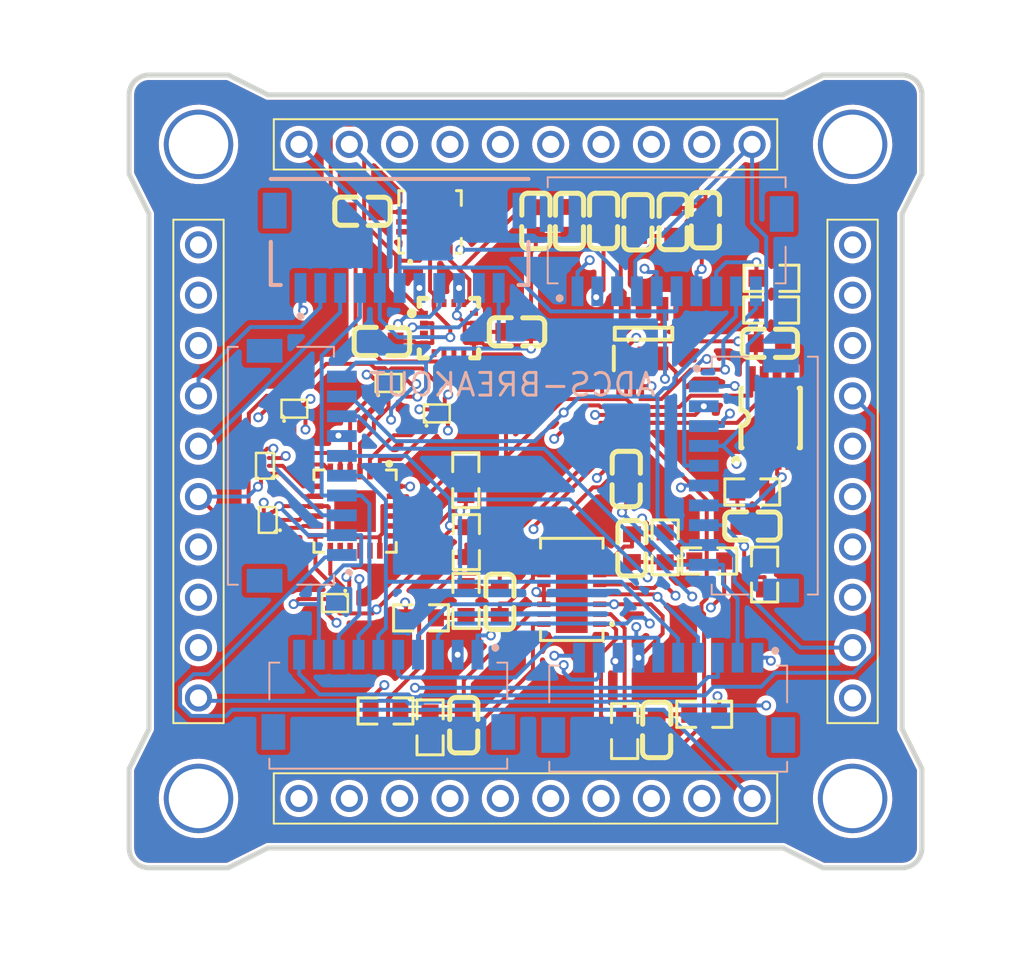
<source format=kicad_pcb>
(kicad_pcb (version 20211014) (generator pcbnew)
  (layers (0 "F.Cu" signal) (1 "In1.Cu" signal) (2 "In2.Cu" signal) (31 "B.Cu" signal) (34 "B.Paste" user) (35 "F.Paste" user) (36 "B.SilkS" user "B.Silkscreen") (37 "F.SilkS" user "F.Silkscreen") (38 "B.Mask" user) (39 "F.Mask" user) (44 "Edge.Cuts" user))
  (net 0 "")
  (footprint "easyeda:R0603" (layer "F.Cu") (at 93.173 71.93 180)
    (fp_text reference "R8" hide)
    (fp_text value "100R" hide)
  )
  (footprint "easyeda:C0603" (layer "F.Cu") (at 105.607 63.713 90)
    (fp_text reference "C9" hide)
    (fp_text value "0.1n" hide)
  )
  (footprint "easyeda:C0603" (layer "F.Cu") (at 99.816 52.804)
    (fp_text reference "C6" hide)
    (fp_text value "10u" hide)
  )
  (footprint "easyeda:WLP-6_L1.30-W0.90-P0.40-TL" (layer "F.Cu") (at 90.621 66.482 -90)
    (fp_text reference "LV6CT1" hide)
    (fp_text value "LV8498CT_footprint" hide)
  )
  (footprint "easyeda:WLP-6_L1.30-W0.90-P0.40-TL" (layer "F.Cu") (at 88.576 56.678 90)
    (fp_text reference "LV3CT1" hide)
    (fp_text value "LV8498CT_footprint" hide)
  )
  (footprint "easyeda:R0603" (layer "F.Cu") (at 97.25 63.409 -90)
    (fp_text reference "R4" hide)
    (fp_text value "2.7K" hide)
  )
  (footprint "easyeda:2023961007" (layer "F.Cu") (at 107.436 71.893)
    (fp_text reference "J9" hide)
    (fp_text value "LAT")
  )
  (footprint "easyeda:C0603" (layer "F.Cu") (at 98.939 66.431 -90)
    (fp_text reference "C11" hide)
    (fp_text value "0.1n" hide)
  )
  (footprint "easyeda:R0603" (layer "F.Cu") (at 97.225 60.284 -90)
    (fp_text reference "R5" hide)
    (fp_text value "2.7K" hide)
  )
  (footprint "easyeda:R0603" (layer "F.Cu") (at 107.283 63.675 -90)
    (fp_text reference "R6" hide)
    (fp_text value "2k" hide)
  )
  (footprint "easyeda:QFN40P180X260X55-16N" (layer "F.Cu") (at 105.518 56.792)
    (fp_text reference "IC2" hide)
    (fp_text value "TMUX1108RSVR" hide)
  )
  (footprint "easyeda:C0603" (layer "F.Cu") (at 109.315 47.162 90)
    (fp_text reference "C4" hide)
    (fp_text value "0.47uF" hide)
  )
  (footprint "easyeda:HVQFN-24_L4.0-W4.0-P0.50-BL-EP2.1" (layer "F.Cu") (at 91.637 61.846 180)
    (fp_text reference "U3" hide)
    (fp_text value "PCA9547BS,118" hide)
  )
  (footprint "easyeda:R0603" (layer "F.Cu") (at 95.421 72.756 -90)
    (fp_text reference "R7" hide)
    (fp_text value "2k" hide)
  )
  (footprint "easyeda:SLW-110-01-X-S" (layer "F.Cu") (at 88.808 43.343)
    (fp_text reference "J7" hide)
    (fp_text value "SLW-110-01-X-S" hide)
  )
  (footprint "easyeda:C0603" (layer "F.Cu") (at 111.677 62.596 180)
    (fp_text reference "C13" hide)
    (fp_text value "0.1n" hide)
  )
  (footprint "easyeda:2023961007" (layer "F.Cu") (at 93.313 71.74)
    (fp_text reference "BOT" hide)
    (fp_text value "BOT")
  )
  (footprint "easyeda:C0603" (layer "F.Cu") (at 107.69 47.251 90)
    (fp_text reference "C1" hide)
    (fp_text value "10nF" hide)
  )
  (footprint "easyeda:WLP-6_L1.30-W0.90-P0.40-TL" (layer "F.Cu") (at 87.23 62.291 180)
    (fp_text reference "LV5CT1" hide)
    (fp_text value "LV8498CT_footprint" hide)
  )
  (footprint "easyeda:SLW-110-01-X-S" (layer "F.Cu") (at 83.738 48.413 -90)
    (fp_text reference "J5" hide)
    (fp_text value "SLW-110-01-X-S" hide)
  )
  (footprint "easyeda:C0603" (layer "F.Cu") (at 100.755 47.213 -90)
    (fp_text reference "C15" hide)
    (fp_text value "1uF" hide)
  )
  (footprint "easyeda:R0603" (layer "F.Cu") (at 112.63 51.699)
    (fp_text reference "R12" hide)
    (fp_text value "2k" hide)
  )
  (footprint "easyeda:2023961007" (layer "F.Cu") (at 107.359 48.105 180)
    (fp_text reference "J1" hide)
    (fp_text value "LAT")
  )
  (footprint "easyeda:SLW-110-01-X-S" (layer "F.Cu") (at 88.808 76.343)
    (fp_text reference "J6" hide)
    (fp_text value "SLW-110-01-X-S" hide)
  )
  (footprint "easyeda:C0603" (layer "F.Cu") (at 112.554 53.376 180)
    (fp_text reference "C12" hide)
    (fp_text value "0.1n" hide)
  )
  (footprint "easyeda:C0603" (layer "F.Cu") (at 104.172 47.213 -90)
    (fp_text reference "C7" hide)
    (fp_text value "0.1u" hide)
  )
  (footprint "easyeda:SLW-110-01-X-S" (layer "F.Cu") (at 116.738 48.413 -90)
    (fp_text reference "J4" hide)
    (fp_text value "SLW-110-01-X-S" hide)
  )
  (footprint "easyeda:C0603" (layer "F.Cu") (at 105.315 60.234 -90)
    (fp_text reference "C14" hide)
    (fp_text value "1uF" hide)
  )
  (footprint "easyeda:R0603" (layer "F.Cu") (at 94.964 67.231 180)
    (fp_text reference "R11" hide)
    (fp_text value "100R" hide)
  )
  (footprint "easyeda:C0603" (layer "F.Cu") (at 102.457 47.201 90)
    (fp_text reference "C5" hide)
    (fp_text value "1uF" hide)
  )
  (footprint "easyeda:SOT95P280X145-5N" (layer "F.Cu") (at 106.191 52.893 90)
    (fp_text reference "IC3" hide)
    (fp_text value "SN74AUP1G08DBVT" hide)
  )
  (footprint "easyeda:C0603" (layer "F.Cu") (at 97.123 72.641 90)
    (fp_text reference "C10" hide)
    (fp_text value "0.1n" hide)
  )
  (footprint "easyeda:WLP-6_L1.30-W0.90-P0.40-TL" (layer "F.Cu") (at 87.09 59.56 180)
    (fp_text reference "LV4CT1" hide)
    (fp_text value "LV8498CT_footprint" hide)
  )
  (footprint "easyeda:LGA-16_L3.0-W3.0-P0.50-BL_SQ" (layer "F.Cu") (at 96.374 52.614 -90)
    (fp_text reference "U1" hide)
    (fp_text value "MMC5983MA" hide)
  )
  (footprint "easyeda:R0603" (layer "F.Cu") (at 112.3 65.047 -90)
    (fp_text reference "R15" hide)
    (fp_text value "100R" hide)
  )
  (footprint "easyeda:R0603" (layer "F.Cu") (at 109.252 72.095 180)
    (fp_text reference "R1" hide)
    (fp_text value "100R" hide)
  )
  (footprint "easyeda:2023961007" (layer "F.Cu") (at 88.322 59.56 -90)
    (fp_text reference "LAT_" hide)
    (fp_text value "LAT")
  )
  (footprint "easyeda:WLP-6_L1.30-W0.90-P0.40-TL" (layer "F.Cu") (at 93.326 55.382 90)
    (fp_text reference "LV2CT1" hide)
    (fp_text value "LV8498CT_footprint" hide)
  )
  (footprint "easyeda:R0603" (layer "F.Cu") (at 105.238 72.946 90)
    (fp_text reference "R2" hide)
    (fp_text value "2k" hide)
  )
  (footprint "easyeda:R0603" (layer "F.Cu") (at 109.506 64.361 180)
    (fp_text reference "R9" hide)
    (fp_text value "100R" hide)
  )
  (footprint "easyeda:WLP-6_L1.30-W0.90-P0.40-TL" (layer "F.Cu") (at 95.764 56.919 90)
    (fp_text reference "LV1CT1" hide)
    (fp_text value "LV8498CT_footprint" hide)
  )
  (footprint "easyeda:R0603" (layer "F.Cu") (at 112.643 50.099 180)
    (fp_text reference "R14" hide)
    (fp_text value "100R" hide)
  )
  (footprint "easyeda:C0603" (layer "F.Cu") (at 92.983 53.287 180)
    (fp_text reference "C16" hide)
    (fp_text value "1u" hide)
  )
  (footprint "easyeda:C0603" (layer "F.Cu") (at 105.912 47.264 90)
    (fp_text reference "C3" hide)
    (fp_text value "0.1uF" hide)
  )
  (footprint "easyeda:2023961107" (layer "F.Cu") (at 93.885 47.762 180)
    (fp_text reference "J3" hide)
    (fp_text value "TOP")
  )
  (footprint "easyeda:R0603" (layer "F.Cu") (at 97.237 66.38 90)
    (fp_text reference "R10" hide)
    (fp_text value "2k" hide)
  )
  (footprint "easyeda:R0603" (layer "F.Cu") (at 111.677 60.881)
    (fp_text reference "R13" hide)
    (fp_text value "2k" hide)
  )
  (footprint "easyeda:LGA-16_L3.0-W3.0-P0.50-BL" (layer "F.Cu") (at 95.421 47.254)
    (fp_text reference "R3" hide)
    (fp_text value "ICG-20330" hide)
  )
  (footprint "easyeda:2023961007" (layer "F.Cu") (at 111.881 60.056 90)
    (fp_text reference "J8" hide)
    (fp_text value "LAT")
  )
  (footprint "easyeda:MOSP-8_L3.0-W3.0-P0.65-LS4.9-BL" (layer "F.Cu") (at 112.604 57.147)
    (fp_text reference "U5" hide)
    (fp_text value "LT6004IMS8#PBF" hide)
  )
  (footprint "easyeda:C0603" (layer "F.Cu") (at 106.851 72.895 -90)
    (fp_text reference "C8" hide)
    (fp_text value "0.1n" hide)
  )
  (footprint "easyeda:DFN-16_L5.0-W3.0-P0.50-BL-EP" (layer "F.Cu") (at 102.571 65.796 90)
    (fp_text reference "U2" hide)
    (fp_text value "LT6005CDHC#TRPBF" hide)
  )
  (footprint "easyeda:C0603" (layer "F.Cu") (at 92.018 46.721)
    (fp_text reference "C2" hide)
    (fp_text value "0.47uF" hide)
  )
  (gr_line (start 113.238 78.843) (end 87.238 78.843) (layer "Edge.Cuts") (width 0.25))
  (gr_line (start 85.238 39.843) (end 87.238 40.843) (layer "Edge.Cuts") (width 0.25))
  (gr_line (start 113.238 40.843) (end 115.238 39.844) (layer "Edge.Cuts") (width 0.25))
  (gr_line (start 100.238 40.843) (end 113.238 40.843) (layer "Edge.Cuts") (width 0.25))
  (gr_line (start 119.238 72.843) (end 120.238 74.843) (layer "Edge.Cuts") (width 0.25))
  (gr_line (start 87.238 78.843) (end 85.238 79.843) (layer "Edge.Cuts") (width 0.25))
  (gr_line (start 81.238 46.843) (end 80.238 44.843) (layer "Edge.Cuts") (width 0.25))
  (gr_line (start 120.238 44.843) (end 120.238 40.843) (layer "Edge.Cuts") (width 0.25))
  (gr_line (start 80.238 44.843) (end 80.238 40.843) (layer "Edge.Cuts") (width 0.25))
  (gr_line (start 120.238 44.843) (end 119.238 46.843) (layer "Edge.Cuts") (width 0.25))
  (gr_arc (start 80.238 40.843) (mid 80.530893 40.135893) (end 81.238 39.843) (layer "Edge.Cuts") (width 0.25))
  (gr_line (start 85.238 79.843) (end 81.238 79.843) (layer "Edge.Cuts") (width 0.25))
  (gr_line (start 120.238 74.843) (end 120.238 78.843) (layer "Edge.Cuts") (width 0.25))
  (gr_arc (start 120.238 78.843) (mid 119.945107 79.550107) (end 119.238 79.843) (layer "Edge.Cuts") (width 0.25))
  (gr_arc (start 119.238 39.843) (mid 119.945181 40.135967) (end 120.238 40.843209) (layer "Edge.Cuts") (width 0.25))
  (gr_line (start 81.238 39.843) (end 85.238 39.843) (layer "Edge.Cuts") (width 0.25))
  (gr_line (start 80.238 74.843) (end 81.238 72.843) (layer "Edge.Cuts") (width 0.25))
  (gr_line (start 119.238 46.843) (end 119.238 72.843) (layer "Edge.Cuts") (width 0.25))
  (gr_arc (start 81.238 79.843) (mid 80.530893 79.550107) (end 80.238 78.843) (layer "Edge.Cuts") (width 0.25))
  (gr_line (start 115.238 79.843) (end 119.238 79.843) (layer "Edge.Cuts") (width 0.25))
  (gr_line (start 113.238 78.843) (end 115.238 79.843) (layer "Edge.Cuts") (width 0.25))
  (gr_line (start 81.238 72.843) (end 81.238 46.843) (layer "Edge.Cuts") (width 0.25))
  (gr_line (start 80.238 78.843) (end 80.238 74.843) (layer "Edge.Cuts") (width 0.25))
  (gr_line (start 119.238 39.843) (end 115.238 39.843) (layer "Edge.Cuts") (width 0.254))
  (gr_line (start 87.238 40.843) (end 100.238 40.843) (layer "Edge.Cuts") (width 0.25))
  (gr_text "ADCS-BREAKOUT" (at 106.902 55.471) (layer "B.SilkS") (effects (font (size 1.143 1.143) (thickness 0.152)) (justify left mirror)))
  (segment (start 88.535 66.538) (end 88.791 66.282) (width 0.2) (layer "F.Cu") (net 0))
  (segment (start 92.547 43.705) (end 92.547 43.101) (width 0.2) (layer "F.Cu") (net 0))
  (segment (start 97.352 46.51) (end 97.352 46.754) (width 0.2) (layer "F.Cu") (net 0))
  (segment (start 98.117 52.804) (end 98.057 52.863) (width 0.2) (layer "F.Cu") (net 0))
  (segment (start 105.309 65.046) (end 103.979 65.046) (width 0.2) (layer "F.Cu") (net 0))
  (segment (start 107.156 67.142) (end 106.56 66.546) (width 0.2) (layer "F.Cu") (net 0))
  (segment (start 100.516 53.645) (end 100.516 53.48) (width 0.2) (layer "F.Cu") (net 0))
  (segment (start 95.015 54.646) (end 95.764 55.395) (width 0.2) (layer "F.Cu") (net 0))
  (segment (start 96.326 48.064) (end 96.421 48.159) (width 0.2) (layer "F.Cu") (net 0))
  (segment (start 99.353 66.511) (end 100.611 65.253) (width 0.2) (layer "F.Cu") (net 0))
  (segment (start 111.854 54.046) (end 112.12 54.312) (width 0.2) (layer "F.Cu") (net 0))
  (segment (start 93.726 55.582) (end 94.216 56.072) (width 0.2) (layer "F.Cu") (net 0))
  (segment (start 93.478 54.646) (end 95.015 54.646) (width 0.2) (layer "F.Cu") (net 0))
  (segment (start 87.43 62.691) (end 88.922 62.691) (width 0.2) (layer "F.Cu") (net 0))
  (segment (start 99.252 59.174) (end 99.252 57.447) (width 0.2) (layer "F.Cu") (net 0))
  (segment (start 113.383 52.576) (end 113.254 52.705) (width 0.2) (layer "F.Cu") (net 0))
  (segment (start 95.624 50.93) (end 95.421 50.728) (width 0.2) (layer "F.Cu") (net 0))
  (segment (start 87.03 61.419) (end 87.03 61.891) (width 0.2) (layer "F.Cu") (net 0))
  (segment (start 86.89 60.462) (end 86.89 59.96) (width 0.2) (layer "F.Cu") (net 0))
  (segment (start 90.221 66.998) (end 90.221 66.682) (width 0.2) (layer "F.Cu") (net 0))
  (segment (start 96.518 62.576) (end 96.598 62.655) (width 0.2) (layer "F.Cu") (net 0))
  (segment (start 105.607 63.013) (end 105.607 63.269) (width 0.2) (layer "F.Cu") (net 0))
  (segment (start 105.998 58.967) (end 105.718 58.687) (width 0.2) (layer "F.Cu") (net 0))
  (segment (start 94.257 63.096) (end 96.157 63.096) (width 0.2) (layer "F.Cu") (net 0))
  (segment (start 96.157 63.096) (end 96.598 62.655) (width 0.2) (layer "F.Cu") (net 0))
  (segment (start 112.12 54.312) (end 112.28 54.312) (width 0.2) (layer "F.Cu") (net 0))
  (segment (start 98.939 65.111) (end 99.504 64.546) (width 0.2) (layer "F.Cu") (net 0))
  (segment (start 96.598 64.162) (end 95.361 64.162) (width 0.2) (layer "F.Cu") (net 0))
  (segment (start 104.045 72.194) (end 104.045 69.06) (width 0.2) (layer "F.Cu") (net 0))
  (segment (start 95.421 45.58) (end 95.678 45.324) (width 0.2) (layer "F.Cu") (net 0))
  (segment (start 105.887 60.208) (end 105.998 60.097) (width 0.2) (layer "F.Cu") (net 0))
  (segment (start 96.937 61.846) (end 96.487 61.846) (width 0.2) (layer "F.Cu") (net 0))
  (segment (start 88.922 62.691) (end 89.016 62.596) (width 0.2) (layer "F.Cu") (net 0))
  (segment (start 106.191 54.424) (end 106.191 54.143) (width 0.2) (layer "F.Cu") (net 0))
  (segment (start 109.115 66.512) (end 109.379 66.248) (width 0.2) (layer "F.Cu") (net 0))
  (segment (start 89.637 62.096) (end 89.016 62.096) (width 0.2) (layer "F.Cu") (net 0))
  (segment (start 113.579 55.167) (end 113.579 58.272) (width 0.2) (layer "F.Cu") (net 0))
  (segment (start 94.465 58.018) (end 95.364 57.119) (width 0.2) (layer "F.Cu") (net 0))
  (segment (start 105.315 59.223) (end 104.79 59.223) (width 0.2) (layer "F.Cu") (net 0))
  (segment (start 86.279 56.918) (end 86.279 59.022) (width 0.2) (layer "F.Cu") (net 0))
  (segment (start 89.637 61.596) (end 90.257 61.596) (width 0.2) (layer "F.Cu") (net 0))
  (segment (start 97.637 53.364) (end 97.217 53.364) (width 0.2) (layer "F.Cu") (net 0))
  (segment (start 109.587 66.707) (end 110.259 66.034) (width 0.2) (layer "F.Cu") (net 0))
  (segment (start 99.252 59.117) (end 99.252 59.174) (width 0.2) (layer "F.Cu") (net 0))
  (segment (start 104.707 66.546) (end 104.532 66.546) (width 0.2) (layer "F.Cu") (net 0))
  (segment (start 107.825 55.46) (end 107.093 56.192) (width 0.2) (layer "F.Cu") (net 0))
  (segment (start 105.713 65.724) (end 106.72 65.724) (width 0.2) (layer "F.Cu") (net 0))
  (segment (start 104.532 66.546) (end 104.532 66.546) (width 0.2) (layer "F.Cu") (net 0))
  (segment (start 89.135 57.036) (end 88.976 56.878) (width 0.2) (layer "F.Cu") (net 0))
  (segment (start 92.586 57.355) (end 93.326 56.615) (width 0.2) (layer "F.Cu") (net 0))
  (segment (start 102.177 56.192) (end 99.252 59.117) (width 0.2) (layer "F.Cu") (net 0))
  (segment (start 95.421 45.837) (end 95.421 45.58) (width 0.2) (layer "F.Cu") (net 0))
  (segment (start 101.438 47.901) (end 101.426 47.913) (width 0.2) (layer "F.Cu") (net 0))
  (segment (start 97.199 55.395) (end 95.764 55.395) (width 0.2) (layer "F.Cu") (net 0))
  (segment (start 97.167 52.364) (end 96.774 51.97) (width 0.2) (layer "F.Cu") (net 0))
  (segment (start 105.936 69.243) (end 107.156 68.022) (width 0.2) (layer "F.Cu") (net 0))
  (segment (start 97.403 51.191) (end 97.403 50.165) (width 0.2) (layer "F.Cu") (net 0))
  (segment (start 111.889 49.292) (end 111.889 50.099) (width 0.2) (layer "F.Cu") (net 0))
  (segment (start 93.637 60.596) (end 94.257 60.596) (width 0.2) (layer "F.Cu") (net 0))
  (segment (start 97.637 52.364) (end 97.167 52.364) (width 0.2) (layer "F.Cu") (net 0))
  (segment (start 111.269 64.66) (end 111.269 63.624) (width 0.2) (layer "F.Cu") (net 0))
  (segment (start 113.254 53.376) (end 113.254 53.04) (width 0.2) (layer "F.Cu") (net 0))
  (segment (start 104.918 55.542) (end 104.7 55.324) (width 0.2) (layer "F.Cu") (net 0))
  (segment (start 106.368 56.992) (end 105.548 56.992) (width 0.2) (layer "F.Cu") (net 0))
  (segment (start 100.516 48.773) (end 100.755 48.534) (width 0.2) (layer "F.Cu") (net 0))
  (segment (start 107.596 47.951) (end 107.69 47.951) (width 0.2) (layer "F.Cu") (net 0))
  (segment (start 96.164 56.719) (end 96.164 56.138) (width 0.2) (layer "F.Cu") (net 0))
  (segment (start 91.973 53.287) (end 91.663 53.287) (width 0.2) (layer "F.Cu") (net 0))
  (segment (start 89.016 61.096) (end 87.881 59.96) (width 0.2) (layer "F.Cu") (net 0))
  (segment (start 113.254 53.04) (end 113.254 52.705) (width 0.2) (layer "F.Cu") (net 0))
  (segment (start 108.025 46.551) (end 108.36 46.551) (width 0.2) (layer "F.Cu") (net 0))
  (segment (start 92.096 47.331) (end 92.096 44.091) (width 0.2) (layer "F.Cu") (net 0))
  (segment (start 113.579 58.272) (end 113.579 59.127) (width 0.2) (layer "F.Cu") (net 0))
  (segment (start 93.135 54.633) (end 92.627 54.633) (width 0.2) (layer "F.Cu") (net 0))
  (segment (start 95.764 55.395) (end 95.764 56.426) (width 0.2) (layer "F.Cu") (net 0))
  (segment (start 90.307 61.646) (end 90.257 61.596) (width 0.2) (layer "F.Cu") (net 0))
  (segment (start 92.096 44.091) (end 91.348 43.343) (width 0.2) (layer "F.Cu") (net 0))
  (segment (start 112.431 62.877) (end 112.431 60.881) (width 0.2) (layer "F.Cu") (net 0))
  (segment (start 105.723 56.592) (end 105.323 56.192) (width 0.2) (layer "F.Cu") (net 0))
  (segment (start 97.123 73.341) (end 97.123 72.721) (width 0.2) (layer "F.Cu") (net 0))
  (segment (start 104.668 56.592) (end 104.023 56.592) (width 0.2) (layer "F.Cu") (net 0))
  (segment (start 90.887 59.847) (end 90.887 59.116) (width 0.2) (layer "F.Cu") (net 0))
  (segment (start 113.254 53.04) (end 112.93 53.364) (width 0.2) (layer "F.Cu") (net 0))
  (segment (start 104.893 46.564) (end 104.842 46.513) (width 0.2) (layer "F.Cu") (net 0))
  (segment (start 96.911 67.134) (end 96.585 67.134) (width 0.2) (layer "F.Cu") (net 0))
  (segment (start 100.462 67.046) (end 101.164 67.046) (width 0.2) (layer "F.Cu") (net 0))
  (segment (start 97.403 50.165) (end 96.917 49.68) (width 0.2) (layer "F.Cu") (net 0))
  (segment (start 105.241 54.963) (end 105.318 55.04) (width 0.2) (layer "F.Cu") (net 0))
  (segment (start 94.202 55.179) (end 93.784 55.179) (width 0.2) (layer "F.Cu") (net 0))
  (segment (start 93.595 58.018) (end 94.465 58.018) (width 0.2) (layer "F.Cu") (net 0))
  (segment (start 90.621 66.758) (end 90.621 66.682) (width 0.2) (layer "F.Cu") (net 0))
  (segment (start 87.804 61.596) (end 89.016 61.596) (width 0.2) (layer "F.Cu") (net 0))
  (segment (start 91.343 65.314) (end 91.198 65.169) (width 0.2) (layer "F.Cu") (net 0))
  (segment (start 94.893 49.213) (end 94.691 49.213) (width 0.2) (layer "F.Cu") (net 0))
  (segment (start 106.596 73.595) (end 106.851 73.595) (width 0.2) (layer "F.Cu") (net 0))
  (segment (start 96.323 57.278) (end 96.164 57.119) (width 0.2) (layer "F.Cu") (net 0))
  (segment (start 106.596 73.595) (end 106.181 73.595) (width 0.2) (layer "F.Cu") (net 0))
  (segment (start 100.516 53.48) (end 100.516 52.804) (width 0.2) (layer "F.Cu") (net 0))
  (segment (start 87.299 59.169) (end 88.033 59.169) (width 0.2) (layer "F.Cu") (net 0))
  (segment (start 112.93 59.127) (end 112.93 59.983) (width 0.2) (layer "F.Cu") (net 0))
  (segment (start 109.115 66.902) (end 109.115 66.512) (width 0.2) (layer "F.Cu") (net 0))
  (segment (start 98.939 65.731) (end 98.939 65.111) (width 0.2) (layer "F.Cu") (net 0))
  (segment (start 93.978 49.213) (end 92.096 47.331) (width 0.2) (layer "F.Cu") (net 0))
  (segment (start 93.458 46.721) (end 93.491 46.754) (width 0.2) (layer "F.Cu") (net 0))
  (segment (start 95.624 51.14) (end 95.624 50.93) (width 0.2) (layer "F.Cu") (net 0))
  (segment (start 106.78 53.279) (end 110.969 53.279) (width 0.2) (layer "F.Cu") (net 0))
  (segment (start 89.389 56.182) (end 89.094 56.478) (width 0.2) (layer "F.Cu") (net 0))
  (segment (start 97.705 65.002) (end 96.646 65.002) (width 0.2) (layer "F.Cu") (net 0))
  (segment (start 105.238 67.753) (end 104.532 67.046) (width 0.2) (layer "F.Cu") (net 0))
  (segment (start 112.3 65.177) (end 111.785 65.177) (width 0.2) (layer "F.Cu") (net 0))
  (segment (start 108 56.592) (end 108.569 56.023) (width 0.2) (layer "F.Cu") (net 0))
  (segment (start 107.825 54.827) (end 107.825 55.46) (width 0.2) (layer "F.Cu") (net 0))
  (segment (start 89.637 60.596) (end 89.016 60.596) (width 0.2) (layer "F.Cu") (net 0))
  (segment (start 105.042 50.623) (end 105.042 46.564) (width 0.2) (layer "F.Cu") (net 0))
  (segment (start 100.516 52.804) (end 100.516 48.773) (width 0.2) (layer "F.Cu") (net 0))
  (segment (start 97.225 61.038) (end 97.225 61.661) (width 0.2) (layer "F.Cu") (net 0))
  (segment (start 107.609 64.429) (end 107.935 64.429) (width 0.2) (layer "F.Cu") (net 0))
  (segment (start 105.241 51.233) (end 105.241 50.823) (width 0.2) (layer "F.Cu") (net 0))
  (segment (start 89.637 62.596) (end 89.016 62.596) (width 0.2) (layer "F.Cu") (net 0))
  (segment (start 110.005 71.263) (end 110.005 72.095) (width 0.2) (layer "F.Cu") (net 0))
  (segment (start 93.326 56.615) (end 93.326 55.582) (width 0.2) (layer "F.Cu") (net 0))
  (segment (start 87.29 59.56) (end 87.98 59.56) (width 0.2) (layer "F.Cu") (net 0))
  (segment (start 108.795 56.992) (end 106.368 56.992) (width 0.2) (layer "F.Cu") (net 0))
  (segment (start 104.918 58.042) (end 104.918 58.687) (width 0.2) (layer "F.Cu") (net 0))
  (segment (start 113.013 59.983) (end 113.168 60.138) (width 0.2) (layer "F.Cu") (net 0))
  (segment (start 90.387 65.024) (end 91.018 65.656) (width 0.2) (layer "F.Cu") (net 0))
  (segment (start 95.421 72.002) (end 96.392 72.002) (width 0.2) (layer "F.Cu") (net 0))
  (segment (start 96.199 60.155) (end 97.225 60.155) (width 0.2) (layer "F.Cu") (net 0))
  (segment (start 113.383 51.699) (end 113.383 51.699) (width 0.2) (layer "F.Cu") (net 0))
  (segment (start 88.576 57.998) (end 88.576 56.878) (width 0.2) (layer "F.Cu") (net 0))
  (segment (start 92.887 63.226) (end 92.827 63.166) (width 0.2) (layer "F.Cu") (net 0))
  (segment (start 86.845 62.291) (end 87.03 62.291) (width 0.2) (layer "F.Cu") (net 0))
  (segment (start 94.87 69.76) (end 93.301 71.329) (width 0.2) (layer "F.Cu") (net 0))
  (segment (start 96.178 45.324) (end 96.421 45.324) (width 0.2) (layer "F.Cu") (net 0))
  (segment (start 101.164 66.046) (end 101.164 65.546) (width 0.2) (layer "F.Cu") (net 0))
  (segment (start 95.231 72.002) (end 95.421 72.002) (width 0.2) (layer "F.Cu") (net 0))
  (segment (start 107.015 57.394) (end 110.908 57.394) (width 0.2) (layer "F.Cu") (net 0))
  (segment (start 89.094 56.478) (end 88.976 56.478) (width 0.2) (layer "F.Cu") (net 0))
  (segment (start 92.459 71.278) (end 92.42 71.278) (width 0.2) (layer "F.Cu") (net 0))
  (segment (start 105.215 63.634) (end 104.532 64.317) (width 0.2) (layer "F.Cu") (net 0))
  (segment (start 91.318 46.721) (end 91.318 47.391) (width 0.2) (layer "F.Cu") (net 0))
  (segment (start 105.148 56.592) (end 104.668 56.592) (width 0.2) (layer "F.Cu") (net 0))
  (segment (start 112.431 60.881) (end 112.431 60.229) (width 0.2) (layer "F.Cu") (net 0))
  (segment (start 105.318 58.042) (end 105.318 58.91) (width 0.2) (layer "F.Cu") (net 0))
  (segment (start 94.697 71.93) (end 94.769 72.002) (width 0.2) (layer "F.Cu") (net 0))
  (segment (start 110.977 62.596) (end 110.977 61.587) (width 0.2) (layer "F.Cu") (net 0))
  (segment (start 109.315 47.862) (end 108.645 47.862) (width 0.2) (layer "F.Cu") (net 0))
  (segment (start 106.369 62.464) (end 106.122 62.218) (width 0.2) (layer "F.Cu") (net 0))
  (segment (start 108.752 64.361) (end 108.003 64.361) (width 0.2) (layer "F.Cu") (net 0))
  (segment (start 95.678 45.324) (end 95.921 45.324) (width 0.2) (layer "F.Cu") (net 0))
  (segment (start 106.851 73.595) (end 108.186 73.595) (width 0.2) (layer "F.Cu") (net 0))
  (segment (start 93.015 61.598) (end 93.015 62.978) (width 0.2) (layer "F.Cu") (net 0))
  (segment (start 92.283 53.287) (end 91.973 53.287) (width 0.2) (layer "F.Cu") (net 0))
  (segment (start 87.43 61.891) (end 87.509 61.891) (width 0.2) (layer "F.Cu") (net 0))
  (segment (start 97.25 62.655) (end 96.598 62.655) (width 0.2) (layer "F.Cu") (net 0))
  (segment (start 93.706 50.459) (end 93.706 48.941) (width 0.2) (layer "F.Cu") (net 0))
  (segment (start 94.421 45.58) (end 92.547 43.705) (width 0.2) (layer "F.Cu") (net 0))
  (segment (start 97.904 63.196) (end 97.562 63.538) (width 0.2) (layer "F.Cu") (net 0))
  (segment (start 92.387 59.846) (end 92.387 59.226) (width 0.2) (layer "F.Cu") (net 0))
  (segment (start 94.257 62.096) (end 96.199 60.155) (width 0.2) (layer "F.Cu") (net 0))
  (segment (start 96.441 53.071) (end 96.441 52.588) (width 0.2) (layer "F.Cu") (net 0))
  (segment (start 96.441 52.588) (end 95.624 51.771) (width 0.2) (layer "F.Cu") (net 0))
  (segment (start 97.167 53.314) (end 97.167 52.364) (width 0.2) (layer "F.Cu") (net 0))
  (segment (start 106.595 46.551) (end 106.582 46.564) (width 0.2) (layer "F.Cu") (net 0))
  (segment (start 97.123 71.941) (end 96.453 71.941) (width 0.2) (layer "F.Cu") (net 0))
  (segment (start 93.326 55.182) (end 93.326 54.798) (width 0.2) (layer "F.Cu") (net 0))
  (segment (start 111.63 59.983) (end 111.383 60.229) (width 0.2) (layer "F.Cu") (net 0))
  (segment (start 91.663 53.287) (end 91.663 47.736) (width 0.2) (layer "F.Cu") (net 0))
  (segment (start 97.637 54.051) (end 97.637 53.364) (width 0.2) (layer "F.Cu") (net 0))
  (segment (start 88.576 56.026) (end 88.576 56.478) (width 0.2) (layer "F.Cu") (net 0))
  (segment (start 90.184 54.417) (end 88.576 56.025) (width 0.2) (layer "F.Cu") (net 0))
  (segment (start 96.421 48.672) (end 96.421 48.159) (width 0.2) (layer "F.Cu") (net 0))
  (segment (start 95.111 53.364) (end 95.531 53.364) (width 0.2) (layer "F.Cu") (net 0))
  (segment (start 94.257 61.096) (end 94.257 61.596) (width 0.2) (layer "F.Cu") (net 0))
  (segment (start 101.164 67.546) (end 100.611 67.546) (width 0.2) (layer "F.Cu") (net 0))
  (segment (start 97.123 71.941) (end 97.123 71.321) (width 0.2) (layer "F.Cu") (net 0))
  (segment (start 93.326 54.798) (end 93.478 54.646) (width 0.2) (layer "F.Cu") (net 0))
  (segment (start 92.586 57.746) (end 92.586 57.355) (width 0.2) (layer "F.Cu") (net 0))
  (segment (start 111.854 53.376) (end 111.854 54.046) (width 0.2) (layer "F.Cu") (net 0))
  (segment (start 97.637 53.364) (end 98.057 53.364) (width 0.2) (layer "F.Cu") (net 0))
  (segment (start 112.93 53.364) (end 112.93 55.167) (width 0.2) (layer "F.Cu") (net 0))
  (segment (start 96.421 45.58) (end 97.352 46.51) (width 0.2) (layer "F.Cu") (net 0))
  (segment (start 91.887 59.846) (end 91.887 58.445) (width 0.2) (layer "F.Cu") (net 0))
  (segment (start 107.013 57.392) (end 107.015 57.394) (width 0.2) (layer "F.Cu") (net 0))
  (segment (start 107.141 51.643) (end 107.141 52.463) (width 0.2) (layer "F.Cu") (net 0))
  (segment (start 92.887 63.846) (end 92.887 63.305) (width 0.2) (layer "F.Cu") (net 0))
  (segment (start 105.315 60.934) (end 105.315 61.703) (width 0.2) (layer "F.Cu") (net 0))
  (segment (start 100.755 46.513) (end 100.085 46.513) (width 0.2) (layer "F.Cu") (net 0))
  (segment (start 92.72 66.804) (end 92.515 67.008) (width 0.2) (layer "F.Cu") (net 0))
  (segment (start 107.283 62.922) (end 106.369 62.922) (width 0.2) (layer "F.Cu") (net 0))
  (segment (start 92.827 63.166) (end 90.423 63.166) (width 0.2) (layer "F.Cu") (net 0))
  (segment (start 105.718 58.042) (end 105.718 58.687) (width 0.2) (layer "F.Cu") (net 0))
  (segment (start 92.515 67.008) (end 90.87 67.008) (width 0.2) (layer "F.Cu") (net 0))
  (segment (start 90.049 59.497) (end 89.414 59.497) (width 0.2) (layer "F.Cu") (net 0))
  (segment (start 107.596 47.951) (end 107.019 47.951) (width 0.2) (layer "F.Cu") (net 0))
  (segment (start 89.637 61.596) (end 89.016 61.596) (width 0.2) (layer "F.Cu") (net 0))
  (segment (start 103.803 51.051) (end 104.172 50.683) (width 0.2) (layer "F.Cu") (net 0))
  (segment (start 100.57 64.546) (end 101.164 64.546) (width 0.2) (layer "F.Cu") (net 0))
  (segment (start 94.004 46.754) (end 93.491 46.754) (width 0.2) (layer "F.Cu") (net 0))
  (segment (start 104.023 57.392) (end 104.023 58.684) (width 0.2) (layer "F.Cu") (net 0))
  (segment (start 104.807 67.821) (end 104.532 67.546) (width 0.2) (layer "F.Cu") (net 0))
  (segment (start 108.498 72.095) (end 107.622 72.095) (width 0.2) (layer "F.Cu") (net 0))
  (segment (start 93.114 70.623) (end 92.459 71.278) (width 0.2) (layer "F.Cu") (net 0))
  (segment (start 105.241 50.823) (end 105.042 50.623) (width 0.2) (layer "F.Cu") (net 0))
  (segment (start 94.517 47.754) (end 94.517 48.064) (width 0.2) (layer "F.Cu") (net 0))
  (segment (start 96.392 72.002) (end 96.453 71.941) (width 0.2) (layer "F.Cu") (net 0))
  (segment (start 106.127 58.042) (end 106.118 58.042) (width 0.2) (layer "F.Cu") (net 0))
  (segment (start 91.973 53.287) (end 92.985 54.299) (width 0.2) (layer "F.Cu") (net 0))
  (segment (start 97.225 59.843) (end 97.225 59.531) (width 0.2) (layer "F.Cu") (net 0))
  (segment (start 97.536 60.155) (end 97.904 60.522) (width 0.2) (layer "F.Cu") (net 0))
  (segment (start 96.453 73.341) (end 96.285 73.509) (width 0.2) (layer "F.Cu") (net 0))
  (segment (start 95.624 51.14) (end 95.624 51.35) (width 0.2) (layer "F.Cu") (net 0))
  (segment (start 86.89 59.009) (end 87.202 58.697) (width 0.2) (layer "F.Cu") (net 0))
  (segment (start 86.89 59.16) (end 86.89 59.009) (width 0.2) (layer "F.Cu") (net 0))
  (segment (start 102.792 46.5) (end 102.457 46.5) (width 0.2) (layer "F.Cu") (net 0))
  (segment (start 109.315 45.696) (end 111.668 43.343) (width 0.2) (layer "F.Cu") (net 0))
  (segment (start 87.29 59.16) (end 87.299 59.169) (width 0.2) (layer "F.Cu") (net 0))
  (segment (start 94.921 45.837) (end 94.921 45.58) (width 0.2) (layer "F.Cu") (net 0))
  (segment (start 103.14 47.913) (end 103.127 47.901) (width 0.2) (layer "F.Cu") (net 0))
  (segment (start 87.387 56.478) (end 88.176 56.478) (width 0.2) (layer "F.Cu") (net 0))
  (segment (start 104.045 69.06) (end 104.807 68.301) (width 0.2) (layer "F.Cu") (net 0))
  (segment (start 90.387 63.846) (end 90.387 64.467) (width 0.2) (layer "F.Cu") (net 0))
  (segment (start 104.172 50.683) (end 104.172 47.913) (width 0.2) (layer "F.Cu") (net 0))
  (segment (start 105.942 64.413) (end 106.277 64.413) (width 0.2) (layer "F.Cu") (net 0))
  (segment (start 96.323 57.782) (end 96.323 57.278) (width 0.2) (layer "F.Cu") (net 0))
  (segment (start 97.123 73.341) (end 96.453 73.341) (width 0.2) (layer "F.Cu") (net 0))
  (segment (start 96.421 49.184) (end 96.918 49.681) (width 0.2) (layer "F.Cu") (net 0))
  (segment (start 92.386 54.963) (end 92.602 55.179) (width 0.2) (layer "F.Cu") (net 0))
  (segment (start 109.315 46.462) (end 108.449 46.462) (width 0.2) (layer "F.Cu") (net 0))
  (segment (start 110.977 61.587) (end 110.924 61.533) (width 0.2) (layer "F.Cu") (net 0))
  (segment (start 104.668 56.192) (end 104.102 56.192) (width 0.2) (layer "F.Cu") (net 0))
  (segment (start 95.111 51.863) (end 94.691 51.863) (width 0.2) (layer "F.Cu") (net 0))
  (segment (start 96.421 48.672) (end 96.421 49.184) (width 0.2) (layer "F.Cu") (net 0))
  (segment (start 87.202 58.697) (end 87.515 58.697) (width 0.2) (layer "F.Cu") (net 0))
  (segment (start 109.379 66.248) (end 109.379 61.293) (width 0.2) (layer "F.Cu") (net 0))
  (segment (start 88.175 58.257) (end 88.175 56.878) (width 0.2) (layer "F.Cu") (net 0))
  (segment (start 111.854 52.374) (end 111.854 53.376) (width 0.2) (layer "F.Cu") (net 0))
  (segment (start 105.238 71.881) (end 105.867 71.881) (width 0.2) (layer "F.Cu") (net 0))
  (segment (start 94.406 60.596) (end 94.414 60.605) (width 0.2) (layer "F.Cu") (net 0))
  (segment (start 92.926 55.582) (end 91.387 57.121) (width 0.2) (layer "F.Cu") (net 0))
  (segment (start 96.487 61.846) (end 95.737 62.596) (width 0.2) (layer "F.Cu") (net 0))
  (segment (start 94.921 45.58) (end 94.921 45.324) (width 0.2) (layer "F.Cu") (net 0))
  (segment (start 94.257 60.596) (end 94.406 60.596) (width 0.2) (layer "F.Cu") (net 0))
  (segment (start 104.102 53.602) (end 104.102 56.192) (width 0.2) (layer "F.Cu") (net 0))
  (segment (start 103.748 56.992) (end 104.668 56.992) (width 0.2) (layer "F.Cu") (net 0))
  (segment (start 107.69 46.551) (end 106.595 46.551) (width 0.2) (layer "F.Cu") (net 0))
  (segment (start 90.307 63.05) (end 90.307 61.646) (width 0.2) (layer "F.Cu") (net 0))
  (segment (start 106.966 65.479) (end 107.169 65.479) (width 0.2) (layer "F.Cu") (net 0))
  (segment (start 95.718 67.231) (end 96.488 67.231) (width 0.2) (layer "F.Cu") (net 0))
  (segment (start 89.414 59.497) (end 88.175 58.257) (width 0.2) (layer "F.Cu") (net 0))
  (segment (start 112.28 59.127) (end 112.28 60.078) (width 0.2) (layer "F.Cu") (net 0))
  (segment (start 105.241 51.643) (end 105.241 52.463) (width 0.2) (layer "F.Cu") (net 0))
  (segment (start 106.774 66.046) (end 106.899 66.171) (width 0.2) (layer "F.Cu") (net 0))
  (segment (start 92.411 54.417) (end 90.184 54.417) (width 0.2) (layer "F.Cu") (net 0))
  (segment (start 101.438 46.5) (end 101.426 46.513) (width 0.2) (layer "F.Cu") (net 0))
  (segment (start 107.609 64.429) (end 107.283 64.429) (width 0.2) (layer "F.Cu") (net 0))
  (segment (start 105.607 63.323) (end 105.607 63.634) (width 0.2) (layer "F.Cu") (net 0))
  (segment (start 112.28 55.167) (end 112.28 56.023) (width 0.2) (layer "F.Cu") (net 0))
  (segment (start 92.985 54.299) (end 97.39 54.299) (width 0.2) (layer "F.Cu") (net 0))
  (segment (start 94.921 45.58) (end 95.178 45.324) (width 0.2) (layer "F.Cu") (net 0))
  (segment (start 105.942 64.413) (end 105.309 65.046) (width 0.2) (layer "F.Cu") (net 0))
  (segment (start 96.421 45.58) (end 96.421 45.324) (width 0.2) (layer "F.Cu") (net 0))
  (segment (start 106.045 56.592) (end 105.723 56.592) (width 0.2) (layer "F.Cu") (net 0))
  (segment (start 108.025 46.551) (end 107.69 46.551) (width 0.2) (layer "F.Cu") (net 0))
  (segment (start 106.191 53.869) (end 106.78 53.279) (width 0.2) (layer "F.Cu") (net 0))
  (segment (start 96.421 45.837) (end 96.421 45.58) (width 0.2) (layer "F.Cu") (net 0))
  (segment (start 97.217 53.364) (end 97.167 53.314) (width 0.2) (layer "F.Cu") (net 0))
  (segment (start 93.947 61.596) (end 93.637 61.596) (width 0.2) (layer "F.Cu") (net 0))
  (segment (start 95.764 57.383) (end 93.921 59.226) (width 0.2) (layer "F.Cu") (net 0))
  (segment (start 113.396 50.099) (end 113.396 51.034) (width 0.2) (layer "F.Cu") (net 0))
  (segment (start 113.383 51.699) (end 113.383 52.576) (width 0.2) (layer "F.Cu") (net 0))
  (segment (start 104.172 46.513) (end 103.14 46.513) (width 0.2) (layer "F.Cu") (net 0))
  (segment (start 105.318 55.04) (end 105.318 55.542) (width 0.2) (layer "F.Cu") (net 0))
  (segment (start 100.611 67.546) (end 100.611 69.853) (width 0.2) (layer "F.Cu") (net 0))
  (segment (start 91.018 65.656) (end 91.018 66.279) (width 0.2) (layer "F.Cu") (net 0))
  (segment (start 95.737 62.596) (end 93.637 62.596) (width 0.2) (layer "F.Cu") (net 0))
  (segment (start 112.377 62.931) (end 112.377 63.266) (width 0.2) (layer "F.Cu") (net 0))
  (segment (start 107.283 64.429) (end 106.292 64.429) (width 0.2) (layer "F.Cu") (net 0))
  (segment (start 94.921 49.184) (end 94.893 49.213) (width 0.2) (layer "F.Cu") (net 0))
  (segment (start 100.755 46.513) (end 101.426 46.513) (width 0.2) (layer "F.Cu") (net 0))
  (segment (start 105.241 54.553) (end 105.241 54.963) (width 0.2) (layer "F.Cu") (net 0))
  (segment (start 98.939 67.131) (end 98.939 66.511) (width 0.2) (layer "F.Cu") (net 0))
  (segment (start 94.004 47.754) (end 94.517 47.754) (width 0.2) (layer "F.Cu") (net 0))
  (segment (start 86.751 57.113) (end 87.387 56.478) (width 0.2) (layer "F.Cu") (net 0))
  (segment (start 104.033 60.647) (end 104.472 60.208) (width 0.2) (layer "F.Cu") (net 0))
  (segment (start 94.004 47.254) (end 94.517 47.254) (width 0.2) (layer "F.Cu") (net 0))
  (segment (start 95.421 45.58) (end 95.421 45.324) (width 0.2) (layer "F.Cu") (net 0))
  (segment (start 92.718 46.721) (end 93.458 46.721) (width 0.2) (layer "F.Cu") (net 0))
  (segment (start 87.509 61.891) (end 87.804 61.596) (width 0.2) (layer "F.Cu") (net 0))
  (segment (start 88.033 59.169) (end 88.139 59.063) (width 0.2) (layer "F.Cu") (net 0))
  (segment (start 100.755 47.913) (end 101.426 47.913) (width 0.2) (layer "F.Cu") (net 0))
  (segment (start 112.28 54.74) (end 112.28 54.312) (width 0.2) (layer "F.Cu") (net 0))
  (segment (start 102.457 46.5) (end 101.438 46.5) (width 0.2) (layer "F.Cu") (net 0))
  (segment (start 100.57 63.719) (end 103.643 60.647) (width 0.2) (layer "F.Cu") (net 0))
  (segment (start 104.172 46.513) (end 104.842 46.513) (width 0.2) (layer "F.Cu") (net 0))
  (segment (start 105.718 55.542) (end 105.718 54.897) (width 0.2) (layer "F.Cu") (net 0))
  (segment (start 91.021 66.682) (end 91.104 66.682) (width 0.2) (layer "F.Cu") (net 0))
  (segment (start 97.743 72.721) (end 97.123 72.721) (width 0.2) (layer "F.Cu") (net 0))
  (segment (start 92.627 54.633) (end 92.411 54.417) (width 0.2) (layer "F.Cu") (net 0))
  (segment (start 97.123 61.661) (end 97.225 61.661) (width 0.2) (layer "F.Cu") (net 0))
  (segment (start 95.357 56.712) (end 95.364 56.719) (width 0.2) (layer "F.Cu") (net 0))
  (segment (start 104.472 60.208) (end 105.887 60.208) (width 0.2) (layer "F.Cu") (net 0))
  (segment (start 105.535 65.546) (end 105.713 65.724) (width 0.2) (layer "F.Cu") (net 0))
  (segment (start 106.292 64.429) (end 106.277 64.413) (width 0.2) (layer "F.Cu") (net 0))
  (segment (start 97.25 64.162) (end 96.598 64.162) (width 0.2) (layer "F.Cu") (net 0))
  (segment (start 106.56 66.546) (end 104.707 66.546) (width 0.2) (layer "F.Cu") (net 0))
  (segment (start 93.683 53.287) (end 94.614 53.287) (width 0.2) (layer "F.Cu") (net 0))
  (segment (start 94.723 55.433) (end 94.456 55.433) (width 0.2) (layer "F.Cu") (net 0))
  (segment (start 106.593 55.542) (end 106.118 55.542) (width 0.2) (layer "F.Cu") (net 0))
  (segment (start 99.252 59.174) (end 97.904 60.522) (width 0.2) (layer "F.Cu") (net 0))
  (segment (start 95.764 57.119) (end 95.764 57.383) (width 0.2) (layer "F.Cu") (net 0))
  (segment (start 112.377 62.931) (end 112.431 62.877) (width 0.2) (layer "F.Cu") (net 0))
  (segment (start 95.111 52.364) (end 95.531 52.364) (width 0.2) (layer "F.Cu") (net 0))
  (segment (start 91.018 66.279) (end 91.021 66.282) (width 0.2) (layer "F.Cu") (net 0))
  (segment (start 98.174 53.48) (end 98.057 53.364) (width 0.2) (layer "F.Cu") (net 0))
  (segment (start 105.607 64.413) (end 105.942 64.413) (width 0.2) (layer "F.Cu") (net 0))
  (segment (start 95.921 45.837) (end 95.921 45.58) (width 0.2) (layer "F.Cu") (net 0))
  (segment (start 98.604 67.131) (end 98.939 67.131) (width 0.2) (layer "F.Cu") (net 0))
  (segment (start 108.449 46.462) (end 108.36 46.551) (width 0.2) (layer "F.Cu") (net 0))
  (segment (start 93.016 61.596) (end 93.015 61.598) (width 0.2) (layer "F.Cu") (net 0))
  (segment (start 97.225 60.155) (end 97.536 60.155) (width 0.2) (layer "F.Cu") (net 0))
  (segment (start 93.947 61.596) (end 94.257 61.596) (width 0.2) (layer "F.Cu") (net 0))
  (segment (start 96.646 65.002) (end 94.87 66.778) (width 0.2) (layer "F.Cu") (net 0))
  (segment (start 106.191 54.143) (end 106.191 53.869) (width 0.2) (layer "F.Cu") (net 0))
  (segment (start 93.637 62.096) (end 94.257 62.096) (width 0.2) (layer "F.Cu") (net 0))
  (segment (start 106.368 57.392) (end 107.013 57.392) (width 0.2) (layer "F.Cu") (net 0))
  (segment (start 107.69 47.951) (end 108.556 47.951) (width 0.2) (layer "F.Cu") (net 0))
  (segment (start 91.791 42.346) (end 90.834 42.346) (width 0.2) (layer "F.Cu") (net 0))
  (segment (start 91.387 57.121) (end 91.387 59.846) (width 0.2) (layer "F.Cu") (net 0))
  (segment (start 104.807 68.301) (end 104.807 67.821) (width 0.2) (layer "F.Cu") (net 0))
  (segment (start 109.128 48.67) (end 109.128 49.633) (width 0.2) (layer "F.Cu") (net 0))
  (segment (start 97.237 65.627) (end 97.89 65.627) (width 0.2) (layer "F.Cu") (net 0))
  (segment (start 94.211 66.503) (end 94.164 66.457) (width 0.2) (layer "F.Cu") (net 0))
  (segment (start 94.921 46.849) (end 94.921 45.837) (width 0.2) (layer "F.Cu") (net 0))
  (segment (start 100.755 47.913) (end 100.755 48.534) (width 0.2) (layer "F.Cu") (net 0))
  (segment (start 95.361 64.162) (end 92.72 66.804) (width 0.2) (layer "F.Cu") (net 0))
  (segment (start 89.135 57.732) (end 89.135 57.036) (width 0.2) (layer "F.Cu") (net 0))
  (segment (start 90.834 42.346) (end 90.409 42.771) (width 0.2) (layer "F.Cu") (net 0))
  (segment (start 93.015 62.978) (end 92.827 63.166) (width 0.2) (layer "F.Cu") (net 0))
  (segment (start 100.641 62.643) (end 100.641 62.757) (width 0.2) (layer "F.Cu") (net 0))
  (segment (start 107.093 56.192) (end 106.368 56.192) (width 0.2) (layer "F.Cu") (net 0))
  (segment (start 105.607 63.323) (end 105.607 63.269) (width 0.2) (layer "F.Cu") (net 0))
  (segment (start 91.663 47.736) (end 91.318 47.391) (width 0.2) (layer "F.Cu") (net 0))
  (segment (start 96.164 56.138) (end 96.336 55.966) (width 0.2) (layer "F.Cu") (net 0))
  (segment (start 105.548 56.992) (end 105.148 56.592) (width 0.2) (layer "F.Cu") (net 0))
  (segment (start 104.532 64.317) (end 104.532 64.546) (width 0.2) (layer "F.Cu") (net 0))
  (segment (start 109.379 61.293) (end 106.127 58.042) (width 0.2) (layer "F.Cu") (net 0))
  (segment (start 97.904 60.522) (end 97.904 63.196) (width 0.2) (layer "F.Cu") (net 0))
  (segment (start 97.25 64.162) (end 97.25 63.538) (width 0.2) (layer "F.Cu") (net 0))
  (segment (start 94.456 55.433) (end 94.202 55.179) (width 0.2) (layer "F.Cu") (net 0))
  (segment (start 94.88 56.712) (end 95.357 56.712) (width 0.2) (layer "F.Cu") (net 0))
  (segment (start 102.792 46.5) (end 103.127 46.5) (width 0.2) (layer "F.Cu") (net 0))
  (segment (start 87.881 59.96) (end 87.29 59.96) (width 0.2) (layer "F.Cu") (net 0))
  (segment (start 105.942 63.013) (end 106.277 63.013) (width 0.2) (layer "F.Cu") (net 0))
  (segment (start 90.621 65.713) (end 90.621 66.282) (width 0.2) (layer "F.Cu") (net 0))
  (segment (start 105.942 63.013) (end 105.607 63.013) (width 0.2) (layer "F.Cu") (net 0))
  (segment (start 85.316 62.691) (end 87.03 62.691) (width 0.2) (layer "F.Cu") (net 0))
  (segment (start 113.383 51.699) (end 113.383 51.047) (width 0.2) (layer "F.Cu") (net 0))
  (segment (start 94.691 49.213) (end 93.978 49.213) (width 0.2) (layer "F.Cu") (net 0))
  (segment (start 101.683 58.201) (end 103.37 56.514) (width 0.2) (layer "F.Cu") (net 0))
  (segment (start 112.3 63.344) (end 112.3 64.293) (width 0.2) (layer "F.Cu") (net 0))
  (segment (start 102.792 47.901) (end 102.457 47.901) (width 0.2) (layer "F.Cu") (net 0))
  (segment (start 104.7 53.459) (end 105.696 52.463) (width 0.2) (layer "F.Cu") (net 0))
  (segment (start 97.562 63.538) (end 97.25 63.538) (width 0.2) (layer "F.Cu") (net 0))
  (segment (start 100.516 53.48) (end 98.174 53.48) (width 0.2) (layer "F.Cu") (net 0))
  (segment (start 105.607 63.634) (end 105.215 63.634) (width 0.2) (layer "F.Cu") (net 0))
  (segment (start 109.247 72.534) (end 109.247 67.034) (width 0.2) (layer "F.Cu") (net 0))
  (segment (start 110.908 57.394) (end 112.28 56.023) (width 0.2) (layer "F.Cu") (net 0))
  (segment (start 95.111 51.863) (end 93.706 50.459) (width 0.2) (layer "F.Cu") (net 0))
  (segment (start 86.266 61.712) (end 86.845 62.291) (width 0.2) (layer "F.Cu") (net 0))
  (segment (start 87.172 56.026) (end 86.279 56.918) (width 0.2) (layer "F.Cu") (net 0))
  (segment (start 111.63 55.167) (end 111.63 56.023) (width 0.2) (layer "F.Cu") (net 0))
  (segment (start 88.822 62.291) (end 89.016 62.096) (width 0.2) (layer "F.Cu") (net 0))
  (segment (start 93.637 61.096) (end 94.257 61.096) (width 0.2) (layer "F.Cu") (net 0))
  (segment (start 105.241 52.463) (end 104.102 53.602) (width 0.2) (layer "F.Cu") (net 0))
  (segment (start 110.924 60.881) (end 110.924 60.229) (width 0.2) (layer "F.Cu") (net 0))
  (segment (start 83.738 61.113) (end 85.316 62.691) (width 0.2) (layer "F.Cu") (net 0))
  (segment (start 112.377 63.266) (end 112.3 63.344) (width 0.2) (layer "F.Cu") (net 0))
  (segment (start 104.598 58.687) (end 100.641 62.643) (width 0.2) (layer "F.Cu") (net 0))
  (segment (start 113.396 51.034) (end 113.383 51.047) (width 0.2) (layer "F.Cu") (net 0))
  (segment (start 105.315 59.533) (end 105.315 59.223) (width 0.2) (layer "F.Cu") (net 0))
  (segment (start 90.387 64.467) (end 90.387 65.024) (width 0.2) (layer "F.Cu") (net 0))
  (segment (start 90.423 63.166) (end 90.307 63.05) (width 0.2) (layer "F.Cu") (net 0))
  (segment (start 97.994 65.731) (end 98.939 65.731) (width 0.2) (layer "F.Cu") (net 0))
  (segment (start 86.279 59.022) (end 86.817 59.56) (width 0.2) (layer "F.Cu") (net 0))
  (segment (start 95.624 51.35) (end 95.624 51.771) (width 0.2) (layer "F.Cu") (net 0))
  (segment (start 95.178 45.324) (end 95.421 45.324) (width 0.2) (layer "F.Cu") (net 0))
  (segment (start 95.533 52.365) (end 95.533 53.362) (width 0.2) (layer "F.Cu") (net 0))
  (segment (start 104.023 58.684) (end 97.705 65.002) (width 0.2) (layer "F.Cu") (net 0))
  (segment (start 95.533 53.362) (end 95.531 53.364) (width 0.2) (layer "F.Cu") (net 0))
  (segment (start 105.238 71.57) (end 105.238 67.753) (width 0.2) (layer "F.Cu") (net 0))
  (segment (start 97.225 59.843) (end 97.225 60.155) (width 0.2) (layer "F.Cu") (net 0))
  (segment (start 103.979 67.546) (end 104.532 67.546) (width 0.2) (layer "F.Cu") (net 0))
  (segment (start 94.517 48.064) (end 96.326 48.064) (width 0.2) (layer "F.Cu") (net 0))
  (segment (start 86.89 59.56) (end 86.817 59.56) (width 0.2) (layer "F.Cu") (net 0))
  (segment (start 95.531 52.364) (end 95.533 52.365) (width 0.2) (layer "F.Cu") (net 0))
  (segment (start 94.921 48.672) (end 94.921 49.184) (width 0.2) (layer "F.Cu") (net 0))
  (segment (start 104.668 57.392) (end 104.023 57.392) (width 0.2) (layer "F.Cu") (net 0))
  (segment (start 97.39 54.299) (end 97.637 54.051) (width 0.2) (layer "F.Cu") (net 0))
  (segment (start 103.37 56.514) (end 103.945 56.514) (width 0.2) (layer "F.Cu") (net 0))
  (segment (start 105.241 51.233) (end 105.241 51.643) (width 0.2) (layer "F.Cu") (net 0))
  (segment (start 105.241 53.688) (end 105.241 54.143) (width 0.2) (layer "F.Cu") (net 0))
  (segment (start 105.042 46.564) (end 104.893 46.564) (width 0.2) (layer "F.Cu") (net 0))
  (segment (start 103.643 60.647) (end 104.033 60.647) (width 0.2) (layer "F.Cu") (net 0))
  (segment (start 96.424 62.576) (end 96.518 62.576) (width 0.2) (layer "F.Cu") (net 0))
  (segment (start 101.164 65.046) (end 100.611 65.046) (width 0.2) (layer "F.Cu") (net 0))
  (segment (start 94.216 56.072) (end 94.783 56.072) (width 0.2) (layer "F.Cu") (net 0))
  (segment (start 92.42 71.93) (end 92.42 71.278) (width 0.2) (layer "F.Cu") (net 0))
  (segment (start 110.306 54.709) (end 108.576 54.709) (width 0.2) (layer "F.Cu") (net 0))
  (segment (start 95.921 45.58) (end 95.921 45.324) (width 0.2) (layer "F.Cu") (net 0))
  (segment (start 105.912 46.564) (end 105.042 46.564) (width 0.2) (layer "F.Cu") (net 0))
  (segment (start 107.156 68.022) (end 107.156 67.142) (width 0.2) (layer "F.Cu") (net 0))
  (segment (start 90.684 58.913) (end 89.478 58.913) (width 0.2) (layer "F.Cu") (net 0))
  (segment (start 94.113 73.509) (end 95.421 73.509) (width 0.2) (layer "F.Cu") (net 0))
  (segment (start 104.926 73.076) (end 104.045 72.194) (width 0.2) (layer "F.Cu") (net 0))
  (segment (start 90.387 59.847) (end 90.049 59.497) (width 0.2) (layer "F.Cu") (net 0))
  (segment (start 100.611 65.253) (end 100.611 65.046) (width 0.2) (layer "F.Cu") (net 0))
  (segment (start 93.637 61.596) (end 93.016 61.596) (width 0.2) (layer "F.Cu") (net 0))
  (segment (start 106.851 72.195) (end 106.181 72.195) (width 0.2) (layer "F.Cu") (net 0))
  (segment (start 105.241 54.553) (end 105.241 54.143) (width 0.2) (layer "F.Cu") (net 0))
  (segment (start 99.252 57.447) (end 97.199 55.395) (width 0.2) (layer "F.Cu") (net 0))
  (segment (start 86.266 60.112) (end 86.266 61.712) (width 0.2) (layer "F.Cu") (net 0))
  (segment (start 97.123 71.321) (end 97.123 70.385) (width 0.2) (layer "F.Cu") (net 0))
  (segment (start 105.323 56.192) (end 104.668 56.192) (width 0.2) (layer "F.Cu") (net 0))
  (segment (start 113.579 58.272) (end 112.93 58.272) (width 0.2) (layer "F.Cu") (net 0))
  (segment (start 103.979 65.546) (end 105.535 65.546) (width 0.2) (layer "F.Cu") (net 0))
  (segment (start 94.421 45.58) (end 94.421 45.324) (width 0.2) (layer "F.Cu") (net 0))
  (segment (start 95.421 50.728) (end 95.421 48.672) (width 0.2) (layer "F.Cu") (net 0))
  (segment (start 90.887 59.116) (end 90.684 58.913) (width 0.2) (layer "F.Cu") (net 0))
  (segment (start 103.979 66.046) (end 106.774 66.046) (width 0.2) (layer "F.Cu") (net 0))
  (segment (start 104.79 59.223) (end 103.838 60.175) (width 0.2) (layer "F.Cu") (net 0))
  (segment (start 108.556 47.951) (end 108.645 47.862) (width 0.2) (layer "F.Cu") (net 0))
  (segment (start 111.876 52.351) (end 111.854 52.374) (width 0.2) (layer "F.Cu") (net 0))
  (segment (start 112.28 54.74) (end 112.28 55.167) (width 0.2) (layer "F.Cu") (net 0))
  (segment (start 109.231 56.556) (end 108.795 56.992) (width 0.2) (layer "F.Cu") (net 0))
  (segment (start 104.918 58.687) (end 104.598 58.687) (width 0.2) (layer "F.Cu") (net 0))
  (segment (start 105.973 73.388) (end 106.181 73.595) (width 0.2) (layer "F.Cu") (net 0))
  (segment (start 112.3 65.8) (end 112.3 65.177) (width 0.2) (layer "F.Cu") (net 0))
  (segment (start 108.569 56.023) (end 111.63 56.023) (width 0.2) (layer "F.Cu") (net 0))
  (segment (start 109.315 46.462) (end 109.315 45.696) (width 0.2) (layer "F.Cu") (net 0))
  (segment (start 105.867 71.881) (end 106.181 72.195) (width 0.2) (layer "F.Cu") (net 0))
  (segment (start 107.169 65.479) (end 107.804 66.114) (width 0.2) (layer "F.Cu") (net 0))
  (segment (start 105.696 52.463) (end 107.141 52.463) (width 0.2) (layer "F.Cu") (net 0))
  (segment (start 88.791 66.282) (end 90.221 66.282) (width 0.2) (layer "F.Cu") (net 0))
  (segment (start 98.266 67.134) (end 98.269 67.131) (width 0.2) (layer "F.Cu") (net 0))
  (segment (start 105.238 73.388) (end 105.973 73.388) (width 0.2) (layer "F.Cu") (net 0))
  (segment (start 98.604 67.131) (end 98.269 67.131) (width 0.2) (layer "F.Cu") (net 0))
  (segment (start 112.377 62.596) (end 112.377 62.931) (width 0.2) (layer "F.Cu") (net 0))
  (segment (start 94.517 48.064) (end 94.421 48.159) (width 0.2) (layer "F.Cu") (net 0))
  (segment (start 105.315 61.703) (end 105.101 61.916) (width 0.2) (layer "F.Cu") (net 0))
  (segment (start 88.576 56.026) (end 87.172 56.026) (width 0.2) (layer "F.Cu") (net 0))
  (segment (start 94.421 45.324) (end 94.921 45.324) (width 0.2) (layer "F.Cu") (net 0))
  (segment (start 105.718 54.897) (end 106.191 54.424) (width 0.2) (layer "F.Cu") (net 0))
  (segment (start 100.611 69.853) (end 97.743 72.721) (width 0.2) (layer "F.Cu") (net 0))
  (segment (start 96.911 67.134) (end 97.237 67.134) (width 0.2) (layer "F.Cu") (net 0))
  (segment (start 105.912 46.564) (end 106.582 46.564) (width 0.2) (layer "F.Cu") (net 0))
  (segment (start 108.186 73.595) (end 109.247 72.534) (width 0.2) (layer "F.Cu") (net 0))
  (segment (start 95.921 45.58) (end 96.178 45.324) (width 0.2) (layer "F.Cu") (net 0))
  (segment (start 93.921 59.226) (end 92.887 59.226) (width 0.2) (layer "F.Cu") (net 0))
  (segment (start 103.979 67.046) (end 104.532 67.046) (width 0.2) (layer "F.Cu") (net 0))
  (segment (start 89.637 64.729) (end 90.621 65.713) (width 0.2) (layer "F.Cu") (net 0))
  (segment (start 109.247 67.034) (end 109.115 66.902) (width 0.2) (layer "F.Cu") (net 0))
  (segment (start 95.111 53.364) (end 94.691 53.364) (width 0.2) (layer "F.Cu") (net 0))
  (segment (start 95.764 56.719) (end 95.764 56.427) (width 0.2) (layer "F.Cu") (net 0))
  (segment (start 92.221 54.963) (end 92.386 54.963) (width 0.2) (layer "F.Cu") (net 0))
  (segment (start 100.57 64.546) (end 100.57 63.719) (width 0.2) (layer "F.Cu") (net 0))
  (segment (start 108.576 54.709) (end 107.825 55.46) (width 0.2) (layer "F.Cu") (net 0))
  (segment (start 99.116 52.804) (end 98.117 52.804) (width 0.2) (layer "F.Cu") (net 0))
  (segment (start 87.98 59.56) (end 89.016 60.596) (width 0.2) (layer "F.Cu") (net 0))
  (segment (start 112.28 60.078) (end 112.431 60.229) (width 0.2) (layer "F.Cu") (net 0))
  (segment (start 111.383 60.229) (end 110.924 60.229) (width 0.2) (layer "F.Cu") (net 0))
  (segment (start 104.102 56.192) (end 102.177 56.192) (width 0.2) (layer "F.Cu") (net 0))
  (segment (start 89.637 61.096) (end 89.016 61.096) (width 0.2) (layer "F.Cu") (net 0))
  (segment (start 102.457 47.901) (end 101.438 47.901) (width 0.2) (layer "F.Cu") (net 0))
  (segment (start 101.164 66.546) (end 101.164 66.046) (width 0.2) (layer "F.Cu") (net 0))
  (segment (start 95.231 72.002) (end 94.769 72.002) (width 0.2) (layer "F.Cu") (net 0))
  (segment (start 93.326 54.798) (end 93.135 54.633) (width 0.2) (layer "F.Cu") (net 0))
  (segment (start 92.547 43.101) (end 91.791 42.346) (width 0.2) (layer "F.Cu") (net 0))
  (segment (start 107.141 54.143) (end 107.825 54.827) (width 0.2) (layer "F.Cu") (net 0))
  (segment (start 112.93 59.983) (end 113.013 59.983) (width 0.2) (layer "F.Cu") (net 0))
  (segment (start 99.504 64.546) (end 100.57 64.546) (width 0.2) (layer "F.Cu") (net 0))
  (segment (start 97.124 51.35) (end 97.243 51.35) (width 0.2) (layer "F.Cu") (net 0))
  (segment (start 105.826 53.103) (end 105.241 53.688) (width 0.2) (layer "F.Cu") (net 0))
  (segment (start 97.637 52.863) (end 98.057 52.863) (width 0.2) (layer "F.Cu") (net 0))
  (segment (start 97.89 65.627) (end 97.994 65.731) (width 0.2) (layer "F.Cu") (net 0))
  (segment (start 103.979 66.546) (end 104.532 66.546) (width 0.2) (layer "F.Cu") (net 0))
  (segment (start 92.887 59.846) (end 92.887 59.226) (width 0.2) (layer "F.Cu") (net 0))
  (segment (start 93.927 71.93) (end 94.697 71.93) (width 0.2) (layer "F.Cu") (net 0))
  (segment (start 106.369 62.922) (end 106.369 62.464) (width 0.2) (layer "F.Cu") (net 0))
  (segment (start 107.007 47.964) (end 107.019 47.951) (width 0.2) (layer "F.Cu") (net 0))
  (segment (start 92.602 55.179) (end 92.868 55.179) (width 0.2) (layer "F.Cu") (net 0))
  (segment (start 96.285 73.509) (end 95.421 73.509) (width 0.2) (layer "F.Cu") (net 0))
  (segment (start 105.238 72.193) (end 105.238 71.881) (width 0.2) (layer "F.Cu") (net 0))
  (segment (start 112.93 59.127) (end 112.93 58.272) (width 0.2) (layer "F.Cu") (net 0))
  (segment (start 89.637 63.096) (end 89.637 64.729) (width 0.2) (layer "F.Cu") (net 0))
  (segment (start 106.851 72.195) (end 107.522 72.195) (width 0.2) (layer "F.Cu") (net 0))
  (segment (start 105.998 60.097) (end 105.998 58.967) (width 0.2) (layer "F.Cu") (net 0))
  (segment (start 106.72 65.724) (end 106.966 65.479) (width 0.2) (layer "F.Cu") (net 0))
  (segment (start 105.318 58.91) (end 105.315 58.913) (width 0.2) (layer "F.Cu") (net 0))
  (segment (start 104.172 47.913) (end 103.14 47.913) (width 0.2) (layer "F.Cu") (net 0))
  (segment (start 90.409 46.432) (end 90.697 46.721) (width 0.2) (layer "F.Cu") (net 0))
  (segment (start 97.123 70.385) (end 100.462 67.046) (width 0.2) (layer "F.Cu") (net 0))
  (segment (start 110.259 66.034) (end 110.259 64.361) (width 0.2) (layer "F.Cu") (net 0))
  (segment (start 106.368 56.592) (end 108 56.592) (width 0.2) (layer "F.Cu") (net 0))
  (segment (start 94.614 53.287) (end 94.691 53.364) (width 0.2) (layer "F.Cu") (net 0))
  (segment (start 106.369 62.922) (end 106.277 63.013) (width 0.2) (layer "F.Cu") (net 0))
  (segment (start 109.315 48.483) (end 109.128 48.67) (width 0.2) (layer "F.Cu") (net 0))
  (segment (start 102.792 47.901) (end 103.127 47.901) (width 0.2) (layer "F.Cu") (net 0))
  (segment (start 105.315 59.223) (end 105.315 58.913) (width 0.2) (layer "F.Cu") (net 0))
  (segment (start 111.785 65.177) (end 111.269 64.66) (width 0.2) (layer "F.Cu") (net 0))
  (segment (start 91.104 66.682) (end 91.343 66.443) (width 0.2) (layer "F.Cu") (net 0))
  (segment (start 93.301 71.329) (end 93.301 72.698) (width 0.2) (layer "F.Cu") (net 0))
  (segment (start 90.409 42.771) (end 90.409 46.432) (width 0.2) (layer "F.Cu") (net 0))
  (segment (start 109.315 47.862) (end 109.315 48.483) (width 0.2) (layer "F.Cu") (net 0))
  (segment (start 86.738 60.615) (end 86.89 60.462) (width 0.2) (layer "F.Cu") (net 0))
  (segment (start 108.003 64.361) (end 107.935 64.429) (width 0.2) (layer "F.Cu") (net 0))
  (segment (start 94.421 45.837) (end 94.421 45.58) (width 0.2) (layer "F.Cu") (net 0))
  (segment (start 97.243 51.35) (end 97.403 51.191) (width 0.2) (layer "F.Cu") (net 0))
  (segment (start 90.87 67.008) (end 90.621 66.758) (width 0.2) (layer "F.Cu") (net 0))
  (segment (start 103.945 56.514) (end 104.023 56.592) (width 0.2) (layer "F.Cu") (net 0))
  (segment (start 92.887 63.305) (end 92.887 63.226) (width 0.2) (layer "F.Cu") (net 0))
  (segment (start 92.387 59.226) (end 93.595 58.018) (width 0.2) (layer "F.Cu") (net 0))
  (segment (start 111.63 59.127) (end 111.63 59.983) (width 0.2) (layer "F.Cu") (net 0))
  (segment (start 109.923 71.181) (end 110.005 71.263) (width 0.2) (layer "F.Cu") (net 0))
  (segment (start 103.14 46.513) (end 103.127 46.5) (width 0.2) (layer "F.Cu") (net 0))
  (segment (start 93.301 72.698) (end 94.113 73.509) (width 0.2) (layer "F.Cu") (net 0))
  (segment (start 94.211 67.231) (end 94.211 66.503) (width 0.2) (layer "F.Cu") (net 0))
  (segment (start 105.912 47.964) (end 107.007 47.964) (width 0.2) (layer "F.Cu") (net 0))
  (segment (start 94.87 66.778) (end 94.87 69.76) (width 0.2) (layer "F.Cu") (net 0))
  (segment (start 86.817 59.56) (end 86.266 60.112) (width 0.2) (layer "F.Cu") (net 0))
  (segment (start 87.43 62.291) (end 88.822 62.291) (width 0.2) (layer "F.Cu") (net 0))
  (segment (start 96.488 67.231) (end 96.585 67.134) (width 0.2) (layer "F.Cu") (net 0))
  (segment (start 105.238 73.388) (end 105.238 73.076) (width 0.2) (layer "F.Cu") (net 0))
  (segment (start 90.702 67.48) (end 90.221 66.998) (width 0.2) (layer "F.Cu") (net 0))
  (segment (start 107.622 72.095) (end 107.522 72.195) (width 0.2) (layer "F.Cu") (net 0))
  (segment (start 106.045 56.592) (end 106.368 56.592) (width 0.2) (layer "F.Cu") (net 0))
  (segment (start 111.876 51.699) (end 111.876 52.351) (width 0.2) (layer "F.Cu") (net 0))
  (segment (start 94.517 47.254) (end 94.921 46.849) (width 0.2) (layer "F.Cu") (net 0))
  (segment (start 105.238 71.881) (end 105.238 71.57) (width 0.2) (layer "F.Cu") (net 0))
  (segment (start 89.478 58.913) (end 88.576 57.998) (width 0.2) (layer "F.Cu") (net 0))
  (segment (start 91.343 66.443) (end 91.343 65.314) (width 0.2) (layer "F.Cu") (net 0))
  (segment (start 96.937 61.846) (end 97.123 61.661) (width 0.2) (layer "F.Cu") (net 0))
  (segment (start 104.7 55.324) (end 104.7 53.459) (width 0.2) (layer "F.Cu") (net 0))
  (segment (start 110.924 60.881) (end 110.924 61.533) (width 0.2) (layer "F.Cu") (net 0))
  (segment (start 103.979 64.546) (end 104.532 64.546) (width 0.2) (layer "F.Cu") (net 0))
  (segment (start 105.238 73.7) (end 105.238 73.388) (width 0.2) (layer "F.Cu") (net 0))
  (segment (start 96.918 49.681) (end 100.085 46.513) (width 0.2) (layer "F.Cu") (net 0))
  (segment (start 91.018 65.656) (end 91.018 65.656) (width 0.2) (layer "F.Cu") (net 0))
  (segment (start 94.421 48.672) (end 94.421 48.159) (width 0.2) (layer "F.Cu") (net 0))
  (segment (start 93.637 63.096) (end 94.257 63.096) (width 0.2) (layer "F.Cu") (net 0))
  (segment (start 96.839 46.754) (end 97.352 46.754) (width 0.2) (layer "F.Cu") (net 0))
  (segment (start 91.318 46.721) (end 90.697 46.721) (width 0.2) (layer "F.Cu") (net 0))
  (segment (start 91.887 58.445) (end 92.586 57.746) (width 0.2) (layer "F.Cu") (net 0))
  (segment (start 105.238 73.076) (end 104.926 73.076) (width 0.2) (layer "F.Cu") (net 0))
  (segment (start 97.237 67.134) (end 98.266 67.134) (width 0.2) (layer "F.Cu") (net 0))
  (segment (start 98.939 66.511) (end 99.353 66.511) (width 0.2) (layer "F.Cu") (net 0))
  (via (at 86.751 57.113) (size 0.5) (drill 0.3) (layers "F.Cu" "B.Cu") (net 0))
  (via (at 89.135 57.732) (size 0.5) (drill 0.3) (layers "F.Cu" "B.Cu") (net 0))
  (via (at 83.738 76.343) (size 3.5) (drill 3) (layers "F.Cu" "B.Cu") (net 0))
  (via (at 87.515 58.697) (size 0.5) (drill 0.3) (layers "F.Cu" "B.Cu") (net 0))
  (via (at 92.72 66.804) (size 0.5) (drill 0.3) (layers "F.Cu" "B.Cu") (net 0))
  (via (at 102.164 56.872) (size 0.5) (drill 0.3) (layers "F.Cu" "B.Cu") (net 0))
  (via (at 94.885 50.587) (size 0.5) (drill 0.3) (layers "F.Cu" "B.Cu") (net 0))
  (via (at 105.101 61.916) (size 0.5) (drill 0.3) (layers "F.Cu" "B.Cu") (net 0))
  (via (at 92.221 54.963) (size 0.5) (drill 0.3) (layers "F.Cu" "B.Cu") (net 0))
  (via (at 96.323 57.782) (size 0.5) (drill 0.3) (layers "F.Cu" "B.Cu") (net 0))
  (via (at 105.826 53.103) (size 0.5) (drill 0.3) (layers "F.Cu" "B.Cu") (net 0))
  (via (at 100.641 62.757) (size 0.5) (drill 0.3) (layers "F.Cu" "B.Cu") (net 0))
  (via (at 109.231 56.556) (size 0.5) (drill 0.3) (layers "F.Cu" "B.Cu") (net 0))
  (via (at 109.128 49.633) (size 0.5) (drill 0.3) (layers "F.Cu" "B.Cu") (net 0))
  (via (at 107.272 55.175) (size 0.5) (drill 0.3) (layers "F.Cu" "B.Cu") (net 0))
  (via (at 96.937 61.846) (size 0.5) (drill 0.3) (layers "F.Cu" "B.Cu") (net 0))
  (via (at 110.886 59.464) (size 0.5) (drill 0.3) (layers "F.Cu" "B.Cu") (net 0))
  (via (at 106.122 62.218) (size 0.5) (drill 0.3) (layers "F.Cu" "B.Cu") (net 0))
  (via (at 94.661 70.759) (size 0.5) (drill 0.3) (layers "F.Cu" "B.Cu") (net 0))
  (via (at 109.923 71.181) (size 0.5) (drill 0.3) (layers "F.Cu" "B.Cu") (net 0))
  (via (at 87.804 61.597) (size 0.5) (drill 0.3) (layers "F.Cu" "B.Cu") (net 0))
  (via (at 88.535 66.538) (size 0.5) (drill 0.3) (layers "F.Cu" "B.Cu") (net 0))
  (via (at 103.476 49.184) (size 0.5) (drill 0.3) (layers "F.Cu" "B.Cu") (net 0))
  (via (at 110.794 55.534) (size 0.5) (drill 0.3) (layers "F.Cu" "B.Cu") (net 0))
  (via (at 94.783 56.073) (size 0.5) (drill 0.3) (layers "F.Cu" "B.Cu") (net 0))
  (via (at 111.889 49.292) (size 0.5) (drill 0.3) (layers "F.Cu" "B.Cu") (net 0))
  (via (at 100.516 53.645) (size 0.5) (drill 0.3) (layers "F.Cu" "B.Cu") (net 0))
  (via (at 110.969 53.279) (size 0.5) (drill 0.3) (layers "F.Cu" "B.Cu") (net 0))
  (via (at 96.813 69.09) (size 0.5) (drill 0.3) (layers "F.Cu" "B.Cu") (net 0))
  (via (at 105.826 67.694) (size 0.5) (drill 0.3) (layers "F.Cu" "B.Cu") (net 0))
  (via (at 106.507 67.519) (size 0.5) (drill 0.3) (layers "F.Cu" "B.Cu") (net 0))
  (via (at 111.269 63.624) (size 0.5) (drill 0.3) (layers "F.Cu" "B.Cu") (net 0))
  (via (at 87.03 61.419) (size 0.5) (drill 0.3) (layers "F.Cu" "B.Cu") (net 0))
  (via (at 93.804 52.408) (size 0.5) (drill 0.3) (layers "F.Cu" "B.Cu") (net 0))
  (via (at 88.139 59.063) (size 0.5) (drill 0.3) (layers "F.Cu" "B.Cu") (net 0))
  (via (at 108.077 60.659) (size 0.5) (drill 0.3) (layers "F.Cu" "B.Cu") (net 0))
  (via (at 94.538 52.575) (size 0.5) (drill 0.3) (layers "F.Cu" "B.Cu") (net 0))
  (via (at 96.336 55.966) (size 0.5) (drill 0.3) (layers "F.Cu" "B.Cu") (net 0))
  (via (at 93.453 57.236) (size 0.5) (drill 0.3) (layers "F.Cu" "B.Cu") (net 0))
  (via (at 96.424 62.576) (size 0.5) (drill 0.3) (layers "F.Cu" "B.Cu") (net 0))
  (via (at 106.241 49.618) (size 0.5) (drill 0.3) (layers "F.Cu" "B.Cu") (net 0))
  (via (at 101.683 58.201) (size 0.5) (drill 0.3) (layers "F.Cu" "B.Cu") (net 0))
  (via (at 86.738 60.615) (size 0.5) (drill 0.3) (layers "F.Cu" "B.Cu") (net 0))
  (via (at 94.723 55.433) (size 0.5) (drill 0.3) (layers "F.Cu" "B.Cu") (net 0))
  (via (at 101.69 69.142) (size 0.5) (drill 0.3) (layers "F.Cu" "B.Cu") (net 0))
  (via (at 90.799 58.036) (size 0.5) (drill 0.3) (layers "F.Cu" "B.Cu") (net 0))
  (via (at 103.803 51.051) (size 0.5) (drill 0.3) (layers "F.Cu" "B.Cu") (net 0))
  (via (at 110.306 54.709) (size 0.5) (drill 0.3) (layers "F.Cu" "B.Cu") (net 0))
  (via (at 100.781 65.923) (size 0.5) (drill 0.3) (layers "F.Cu" "B.Cu") (net 0))
  (via (at 89.389 56.182) (size 0.5) (drill 0.3) (layers "F.Cu" "B.Cu") (net 0))
  (via (at 93.114 70.623) (size 0.5) (drill 0.3) (layers "F.Cu" "B.Cu") (net 0))
  (via (at 116.738 43.343) (size 3.5) (drill 3) (layers "F.Cu" "B.Cu") (net 0))
  (via (at 102.164 69.614) (size 0.5) (drill 0.3) (layers "F.Cu" "B.Cu") (net 0))
  (via (at 104.707 66.546) (size 0.5) (drill 0.3) (layers "F.Cu" "B.Cu") (net 0))
  (via (at 98.487 68.119) (size 0.5) (drill 0.3) (layers "F.Cu" "B.Cu") (net 0))
  (via (at 83.738 43.343) (size 3.5) (drill 3) (layers "F.Cu" "B.Cu") (net 0))
  (via (at 96.774 51.97) (size 0.5) (drill 0.3) (layers "F.Cu" "B.Cu") (net 0))
  (via (at 103.838 60.175) (size 0.5) (drill 0.3) (layers "F.Cu" "B.Cu") (net 0))
  (via (at 108.648 66.157) (size 0.5) (drill 0.3) (layers "F.Cu" "B.Cu") (net 0))
  (via (at 113.168 60.138) (size 0.5) (drill 0.3) (layers "F.Cu" "B.Cu") (net 0))
  (via (at 94.164 66.457) (size 0.5) (drill 0.3) (layers "F.Cu" "B.Cu") (net 0))
  (via (at 90.702 67.48) (size 0.5) (drill 0.3) (layers "F.Cu" "B.Cu") (net 0))
  (via (at 103.748 56.992) (size 0.5) (drill 0.3) (layers "F.Cu" "B.Cu") (net 0))
  (via (at 96.441 53.072) (size 0.5) (drill 0.3) (layers "F.Cu" "B.Cu") (net 0))
  (via (at 91.853 65.275) (size 0.5) (drill 0.3) (layers "F.Cu" "B.Cu") (net 0))
  (via (at 94.88 56.712) (size 0.5) (drill 0.3) (layers "F.Cu" "B.Cu") (net 0))
  (via (at 104.769 69.416) (size 0.5) (drill 0.3) (layers "F.Cu" "B.Cu") (net 0))
  (via (at 109.38 54.172) (size 0.5) (drill 0.3) (layers "F.Cu" "B.Cu") (net 0))
  (via (at 106.593 55.542) (size 0.5) (drill 0.3) (layers "F.Cu" "B.Cu") (net 0))
  (via (at 112.38 71.652) (size 0.5) (drill 0.3) (layers "F.Cu" "B.Cu") (net 0))
  (via (at 106.394 65.187) (size 0.5) (drill 0.3) (layers "F.Cu" "B.Cu") (net 0))
  (via (at 96.885 50.587) (size 0.5) (drill 0.3) (layers "F.Cu" "B.Cu") (net 0))
  (via (at 96.947 48.66) (size 0.5) (drill 0.3) (layers "F.Cu" "B.Cu") (net 0))
  (via (at 89.018 51.726) (size 0.5) (drill 0.3) (layers "F.Cu" "B.Cu") (net 0))
  (via (at 112.614 69.396) (size 0.5) (drill 0.3) (layers "F.Cu" "B.Cu") (net 0))
  (via (at 109.587 66.707) (size 0.5) (drill 0.3) (layers "F.Cu" "B.Cu") (net 0))
  (via (at 110.549 56.923) (size 0.5) (drill 0.3) (layers "F.Cu" "B.Cu") (net 0))
  (via (at 106.899 66.171) (size 0.5) (drill 0.3) (layers "F.Cu" "B.Cu") (net 0))
  (via (at 116.738 76.343) (size 3.5) (drill 3) (layers "F.Cu" "B.Cu") (net 0))
  (via (at 91.198 65.169) (size 0.5) (drill 0.3) (layers "F.Cu" "B.Cu") (net 0))
  (via (at 94.414 60.605) (size 0.5) (drill 0.3) (layers "F.Cu" "B.Cu") (net 0))
  (via (at 107.804 66.114) (size 0.5) (drill 0.3) (layers "F.Cu" "B.Cu") (net 0))
  (via (at 105.936 69.243) (size 0.5) (drill 0.3) (layers "F.Cu" "B.Cu") (net 0))
  (segment (start 110.217 54.62) (end 110.306 54.709) (width 0.2) (layer "B.Cu") (net 0))
  (segment (start 112.822 70.003) (end 116.778 70.003) (width 0.2) (layer "B.Cu") (net 0))
  (segment (start 94.813 68.119) (end 96.387 66.546) (width 0.2) (layer "B.Cu") (net 0))
  (segment (start 109.231 57.556) (end 110.201 57.556) (width 0.2) (layer "B.Cu") (net 0))
  (segment (start 92.362 61.48) (end 91.942 61.061) (width 0.2) (layer "B.Cu") (net 0))
  (segment (start 106.897 68.233) (end 106.936 68.272) (width 0.2) (layer "B.Cu") (net 0))
  (segment (start 114.118 68.733) (end 116.738 68.733) (width 0.2) (layer "B.Cu") (net 0))
  (segment (start 95.13 71.867) (end 107.192 71.867) (width 0.2) (layer "B.Cu") (net 0))
  (segment (start 94.333 71.553) (end 94.989 71.553) (width 0.2) (layer "B.Cu") (net 0))
  (segment (start 84.248 70.074) (end 83.496 70.074) (width 0.2) (layer "B.Cu") (net 0))
  (segment (start 102.465 61.257) (end 106.394 65.187) (width 0.2) (layer "B.Cu") (net 0))
  (segment (start 92.362 66.804) (end 92.72 66.804) (width 0.2) (layer "B.Cu") (net 0))
  (segment (start 90.885 50.587) (end 90.885 51.818) (width 0.2) (layer "B.Cu") (net 0))
  (segment (start 93.427 58.697) (end 101.187 58.697) (width 0.2) (layer "B.Cu") (net 0))
  (segment (start 107.743 55.128) (end 110.859 52.012) (width 0.2) (layer "B.Cu") (net 0))
  (segment (start 90.113 64.183) (end 84.248 70.074) (width 0.2) (layer "B.Cu") (net 0))
  (segment (start 96.413 67.519) (end 95.813 68.119) (width 0.2) (layer "B.Cu") (net 0))
  (segment (start 94.856 71.231) (end 94.946 71.141) (width 0.2) (layer "B.Cu") (net 0))
  (segment (start 110.201 58.556) (end 111.441 57.316) (width 0.2) (layer "B.Cu") (net 0))
  (segment (start 111.859 50.755) (end 111.859 51.619) (width 0.2) (layer "B.Cu") (net 0))
  (segment (start 111.668 43.343) (end 105.769 49.242) (width 0.2) (layer "B.Cu") (net 0))
  (segment (start 91.457 61.061) (end 91.942 61.061) (width 0.2) (layer "B.Cu") (net 0))
  (segment (start 90.971 56.06) (end 91.413 56.06) (width 0.2) (layer "B.Cu") (net 0))
  (segment (start 93.885 45.88) (end 91.348 43.343) (width 0.2) (layer "B.Cu") (net 0))
  (segment (start 91.792 57.061) (end 93.427 58.697) (width 0.2) (layer "B.Cu") (net 0))
  (segment (start 103.936 69.243) (end 103.936 70.213) (width 0.2) (layer "B.Cu") (net 0))
  (segment (start 93.191 61.309) (end 91.942 60.061) (width 0.2) (layer "B.Cu") (net 0))
  (segment (start 93.885 50.587) (end 93.885 49.557) (width 0.2) (layer "B.Cu") (net 0))
  (segment (start 103.802 70.347) (end 102.53 70.347) (width 0.2) (layer "B.Cu") (net 0))
  (segment (start 97.813 68.119) (end 98.487 68.119) (width 0.2) (layer "B.Cu") (net 0))
  (segment (start 85.133 72.179) (end 85.444 71.867) (width 0.2) (layer "B.Cu") (net 0))
  (segment (start 107.225 55.646) (end 107.467 55.646) (width 0.2) (layer "B.Cu") (net 0))
  (segment (start 97.885 50.587) (end 97.885 51.557) (width 0.2) (layer "B.Cu") (net 0))
  (segment (start 106.893 62.188) (end 106.893 56.061) (width 0.2) (layer "B.Cu") (net 0))
  (segment (start 90.972 61.061) (end 90.002 61.061) (width 0.2) (layer "B.Cu") (net 0))
  (segment (start 110.794 55.533) (end 110.223 55.533) (width 0.2) (layer "B.Cu") (net 0))
  (segment (start 105.631 67.222) (end 105.334 67.519) (width 0.2) (layer "B.Cu") (net 0))
  (segment (start 105.334 67.519) (end 96.413 67.519) (width 0.2) (layer "B.Cu") (net 0))
  (segment (start 89.848 71.095) (end 94.33 71.095) (width 0.2) (layer "B.Cu") (net 0))
  (segment (start 102.859 50.755) (end 102.859 49.785) (width 0.2) (layer "B.Cu") (net 0))
  (segment (start 108.261 63.556) (end 106.893 62.188) (width 0.2) (layer "B.Cu") (net 0))
  (segment (start 83.738 61.113) (end 86.24 61.113) (width 0.2) (layer "B.Cu") (net 0))
  (segment (start 83.882 71.417) (end 94.197 71.417) (width 0.2) (layer "B.Cu") (net 0))
  (segment (start 110.886 59.24) (end 110.886 59.464) (width 0.2) (layer "B.Cu") (net 0))
  (segment (start 93.814 70.061) (end 93.994 70.241) (width 0.2) (layer "B.Cu") (net 0))
  (segment (start 89.813 66.538) (end 89.813 65.824) (width 0.2) (layer "B.Cu") (net 0))
  (segment (start 104.859 50.755) (end 104.859 49.785) (width 0.2) (layer "B.Cu") (net 0))
  (segment (start 107.741 64.556) (end 105.101 61.916) (width 0.2) (layer "B.Cu") (net 0))
  (segment (start 94.2 71.875) (end 95.122 71.875) (width 0.2) (layer "B.Cu") (net 0))
  (segment (start 95.216 54.353) (end 95.216 55.639) (width 0.2) (layer "B.Cu") (net 0))
  (segment (start 90.972 55.061) (end 91.68 54.353) (width 0.2) (layer "B.Cu") (net 0))
  (segment (start 109.716 64.556) (end 109.231 64.556) (width 0.2) (layer "B.Cu") (net 0))
  (segment (start 89.951 54.008) (end 91.885 52.074) (width 0.2) (layer "B.Cu") (net 0))
  (segment (start 110.223 55.533) (end 110.201 55.556) (width 0.2) (layer "B.Cu") (net 0))
  (segment (start 92.885 50.587) (end 92.885 52.156) (width 0.2) (layer "B.Cu") (net 0))
  (segment (start 90.972 59.06) (end 94.227 59.06) (width 0.2) (layer "B.Cu") (net 0))
  (segment (start 93.191 65.41) (end 93.191 61.309) (width 0.2) (layer "B.Cu") (net 0))
  (segment (start 112.461 69.243) (end 112.614 69.396) (width 0.2) (layer "B.Cu") (net 0))
  (segment (start 90.813 69.09) (end 90.813 68.119) (width 0.2) (layer "B.Cu") (net 0))
  (segment (start 95.122 71.875) (end 95.13 71.867) (width 0.2) (layer "B.Cu") (net 0))
  (segment (start 101.508 51.768) (end 107.272 51.768) (width 0.2) (layer "B.Cu") (net 0))
  (segment (start 98.885 50.587) (end 98.885 51.557) (width 0.2) (layer "B.Cu") (net 0))
  (segment (start 88.885 50.587) (end 88.885 51.557) (width 0.2) (layer "B.Cu") (net 0))
  (segment (start 116.778 70.003) (end 117.769 69.012) (width 0.2) (layer "B.Cu") (net 0))
  (segment (start 110.859 52.012) (end 110.859 50.755) (width 0.2) (layer "B.Cu") (net 0))
  (segment (start 94.989 71.553) (end 95.079 71.463) (width 0.2) (layer "B.Cu") (net 0))
  (segment (start 106.859 50.755) (end 106.859 49.785) (width 0.2) (layer "B.Cu") (net 0))
  (segment (start 107.936 69.243) (end 107.936 68.272) (width 0.2) (layer "B.Cu") (net 0))
  (segment (start 90.972 64.06) (end 90.113 64.183) (width 0.2) (layer "B.Cu") (net 0))
  (segment (start 110.201 57.556) (end 110.201 57.27) (width 0.2) (layer "B.Cu") (net 0))
  (segment (start 83.738 55.177) (end 83.738 56.033) (width 0.2) (layer "B.Cu") (net 0))
  (segment (start 95.079 71.463) (end 107.787 71.463) (width 0.2) (layer "B.Cu") (net 0))
  (segment (start 94.466 71.231) (end 94.856 71.231) (width 0.2) (layer "B.Cu") (net 0))
  (segment (start 98.885 53.645) (end 95.924 53.645) (width 0.2) (layer "B.Cu") (net 0))
  (segment (start 106.507 67.519) (end 106.211 67.222) (width 0.2) (layer "B.Cu") (net 0))
  (segment (start 107.977 71.652) (end 112.38 71.652) (width 0.2) (layer "B.Cu") (net 0))
  (segment (start 108.158 60.659) (end 108.261 60.556) (width 0.2) (layer "B.Cu") (net 0))
  (segment (start 109.231 60.556) (end 108.261 60.556) (width 0.2) (layer "B.Cu") (net 0))
  (segment (start 96.937 65.41) (end 93.191 65.41) (width 0.2) (layer "B.Cu") (net 0))
  (segment (start 107.743 55.37) (end 107.743 55.128) (width 0.2) (layer "B.Cu") (net 0))
  (segment (start 111.859 51.619) (end 110.217 53.261) (width 0.2) (layer "B.Cu") (net 0))
  (segment (start 92.362 66.804) (end 92.362 61.48) (width 0.2) (layer "B.Cu") (net 0))
  (segment (start 95.885 50.587) (end 95.885 51.557) (width 0.2) (layer "B.Cu") (net 0))
  (segment (start 82.808 70.762) (end 82.808 71.624) (width 0.2) (layer "B.Cu") (net 0))
  (segment (start 89.885 51.557) (end 88.88 52.562) (width 0.2) (layer "B.Cu") (net 0))
  (segment (start 110.201 62.556) (end 111.269 63.624) (width 0.2) (layer "B.Cu") (net 0))
  (segment (start 91.885 52.074) (end 91.885 50.587) (width 0.2) (layer "B.Cu") (net 0))
  (segment (start 82.808 71.624) (end 83.363 72.179) (width 0.2) (layer "B.Cu") (net 0))
  (segment (start 109.859 49.785) (end 110.352 49.292) (width 0.2) (layer "B.Cu") (net 0))
  (segment (start 91.813 69.09) (end 91.813 68.119) (width 0.2) (layer "B.Cu") (net 0))
  (segment (start 109.231 62.556) (end 110.201 62.556) (width 0.2) (layer "B.Cu") (net 0))
  (segment (start 105.073 65.41) (end 107.936 68.272) (width 0.2) (layer "B.Cu") (net 0))
  (segment (start 111.751 61.556) (end 113.168 60.138) (width 0.2) (layer "B.Cu") (net 0))
  (segment (start 109.728 70.709) (end 112.116 70.709) (width 0.2) (layer "B.Cu") (net 0))
  (segment (start 100.72 58.316) (end 102.165 56.871) (width 0.2) (layer "B.Cu") (net 0))
  (segment (start 88.808 43.343) (end 92.885 47.42) (width 0.2) (layer "B.Cu") (net 0))
  (segment (start 89.951 61.009) (end 89.951 54.008) (width 0.2) (layer "B.Cu") (net 0))
  (segment (start 92.362 67.571) (end 92.362 66.804) (width 0.2) (layer "B.Cu") (net 0))
  (segment (start 108.245 55.141) (end 109.215 54.172) (width 0.2) (layer "B.Cu") (net 0))
  (segment (start 84.13 58.573) (end 83.738 58.573) (width 0.2) (layer "B.Cu") (net 0))
  (segment (start 95.398 52.044) (end 94.168 52.044) (width 0.2) (layer "B.Cu") (net 0))
  (segment (start 83.363 72.179) (end 85.133 72.179) (width 0.2) (layer "B.Cu") (net 0))
  (segment (start 111.441 57.316) (end 111.441 53.47) (width 0.2) (layer "B.Cu") (net 0))
  (segment (start 96.424 61.257) (end 96.424 62.576) (width 0.2) (layer "B.Cu") (net 0))
  (segment (start 94.193 71.867) (end 94.2 71.875) (width 0.2) (layer "B.Cu") (net 0))
  (segment (start 93.885 49.557) (end 93.885 45.88) (width 0.2) (layer "B.Cu") (net 0))
  (segment (start 111.441 53.47) (end 112.381 52.53) (width 0.2) (layer "B.Cu") (net 0))
  (segment (start 89.813 65.824) (end 91.055 64.582) (width 0.2) (layer "B.Cu") (net 0))
  (segment (start 105.826 68.233) (end 106.897 68.233) (width 0.2) (layer "B.Cu") (net 0))
  (segment (start 108.245 59.54) (end 108.245 55.141) (width 0.2) (layer "B.Cu") (net 0))
  (segment (start 108.936 68.209) (end 108.936 69.243) (width 0.2) (layer "B.Cu") (net 0))
  (segment (start 94.661 70.759) (end 108.905 70.759) (width 0.2) (layer "B.Cu") (net 0))
  (segment (start 83.496 70.074) (end 82.808 70.762) (width 0.2) (layer "B.Cu") (net 0))
  (segment (start 107.467 55.646) (end 107.743 55.37) (width 0.2) (layer "B.Cu") (net 0))
  (segment (start 96.424 61.257) (end 102.465 61.257) (width 0.2) (layer "B.Cu") (net 0))
  (segment (start 107.272 51.768) (end 107.816 51.768) (width 0.2) (layer "B.Cu") (net 0))
  (segment (start 96.885 50.587) (end 96.885 51.557) (width 0.2) (layer "B.Cu") (net 0))
  (segment (start 108.905 70.759) (end 109.452 70.213) (width 0.2) (layer "B.Cu") (net 0))
  (segment (start 88.813 69.09) (end 88.813 70.06) (width 0.2) (layer "B.Cu") (net 0))
  (segment (start 89.813 66.538) (end 88.535 66.538) (width 0.2) (layer "B.Cu") (net 0))
  (segment (start 108.859 49.785) (end 108.977 49.785) (width 0.2) (layer "B.Cu") (net 0))
  (segment (start 90.972 60.061) (end 91.942 60.061) (width 0.2) (layer "B.Cu") (net 0))
  (segment (start 110.201 57.27) (end 110.549 56.923) (width 0.2) (layer "B.Cu") (net 0))
  (segment (start 95.813 69.09) (end 95.813 68.119) (width 0.2) (layer "B.Cu") (net 0))
  (segment (start 106.936 69.243) (end 106.936 68.272) (width 0.2) (layer "B.Cu") (net 0))
  (segment (start 107.272 55.175) (end 107.272 51.768) (width 0.2) (layer "B.Cu") (net 0))
  (segment (start 92.813 69.09) (end 92.813 68.119) (width 0.2) (layer "B.Cu") (net 0))
  (segment (start 96.937 65.41) (end 105.073 65.41) (width 0.2) (layer "B.Cu") (net 0))
  (segment (start 93.191 67.741) (end 93.191 65.41) (width 0.2) (layer "B.Cu") (net 0))
  (segment (start 93.8 53.071) (end 96.441 53.071) (width 0.2) (layer "B.Cu") (net 0))
  (segment (start 105.334 67.519) (end 105.334 67.519) (width 0.2) (layer "B.Cu") (net 0))
  (segment (start 102.836 69.142) (end 101.69 69.142) (width 0.2) (layer "B.Cu") (net 0))
  (segment (start 108.859 50.755) (end 108.859 49.785) (width 0.2) (layer "B.Cu") (net 0))
  (segment (start 109.231 58.556) (end 110.201 58.556) (width 0.2) (layer "B.Cu") (net 0))
  (segment (start 95.924 53.645) (end 95.216 54.353) (width 0.2) (layer "B.Cu") (net 0))
  (segment (start 110.201 65.526) (end 110.936 66.261) (width 0.2) (layer "B.Cu") (net 0))
  (segment (start 103.735 48.66) (end 96.947 48.66) (width 0.2) (layer "B.Cu") (net 0))
  (segment (start 91.055 64.582) (end 91.886 64.582) (width 0.2) (layer "B.Cu") (net 0))
  (segment (start 105.769 50.665) (end 105.859 50.755) (width 0.2) (layer "B.Cu") (net 0))
  (segment (start 85.444 71.867) (end 94.193 71.867) (width 0.2) (layer "B.Cu") (net 0))
  (segment (start 94.168 52.044) (end 93.804 52.408) (width 0.2) (layer "B.Cu") (net 0))
  (segment (start 91.378 63.06) (end 91.942 63.06) (width 0.2) (layer "B.Cu") (net 0))
  (segment (start 94.33 71.095) (end 94.466 71.231) (width 0.2) (layer "B.Cu") (net 0))
  (segment (start 93.453 57.236) (end 93.453 56.703) (width 0.2) (layer "B.Cu") (net 0))
  (segment (start 90.885 51.818) (end 84.13 58.573) (width 0.2) (layer "B.Cu") (net 0))
  (segment (start 93.453 56.703) (end 94.723 55.433) (width 0.2) (layer "B.Cu") (net 0))
  (segment (start 102.164 69.981) (end 102.164 69.614) (width 0.2) (layer "B.Cu") (net 0))
  (segment (start 105.826 68.233) (end 105.826 67.694) (width 0.2) (layer "B.Cu") (net 0))
  (segment (start 108.261 59.556) (end 108.245 59.54) (width 0.2) (layer "B.Cu") (net 0))
  (segment (start 88.88 52.562) (end 86.353 52.562) (width 0.2) (layer "B.Cu") (net 0))
  (segment (start 91.813 68.119) (end 92.362 67.571) (width 0.2) (layer "B.Cu") (net 0))
  (segment (start 106.893 56.061) (end 102.978 56.061) (width 0.2) (layer "B.Cu") (net 0))
  (segment (start 97.813 69.09) (end 97.813 68.119) (width 0.2) (layer "B.Cu") (net 0))
  (segment (start 112.381 48.011) (end 111.668 47.298) (width 0.2) (layer "B.Cu") (net 0))
  (segment (start 110.217 53.261) (end 110.217 54.62) (width 0.2) (layer "B.Cu") (net 0))
  (segment (start 93.813 69.09) (end 93.813 70.06) (width 0.2) (layer "B.Cu") (net 0))
  (segment (start 94.197 71.417) (end 94.333 71.553) (width 0.2) (layer "B.Cu") (net 0))
  (segment (start 110.787 65.402) (end 114.118 68.733) (width 0.2) (layer "B.Cu") (net 0))
  (segment (start 89.267 63.06) (end 87.804 61.596) (width 0.2) (layer "B.Cu") (net 0))
  (segment (start 107.787 71.463) (end 107.977 71.652) (width 0.2) (layer "B.Cu") (net 0))
  (segment (start 110.201 58.556) (end 110.886 59.24) (width 0.2) (layer "B.Cu") (net 0))
  (segment (start 111.936 69.243) (end 112.461 69.243) (width 0.2) (layer "B.Cu") (net 0))
  (segment (start 86.353 52.562) (end 83.738 55.177) (width 0.2) (layer "B.Cu") (net 0))
  (segment (start 96.937 61.846) (end 96.937 65.41) (width 0.2) (layer "B.Cu") (net 0))
  (segment (start 92.885 47.42) (end 92.885 50.587) (width 0.2) (layer "B.Cu") (net 0))
  (segment (start 110.352 49.292) (end 111.889 49.292) (width 0.2) (layer "B.Cu") (net 0))
  (segment (start 107.859 50.755) (end 107.859 51.725) (width 0.2) (layer "B.Cu") (net 0))
  (segment (start 90.972 63.06) (end 89.267 63.06) (width 0.2) (layer "B.Cu") (net 0))
  (segment (start 109.716 64.556) (end 110.201 64.556) (width 0.2) (layer "B.Cu") (net 0))
  (segment (start 97.885 51.557) (end 96.866 52.575) (width 0.2) (layer "B.Cu") (net 0))
  (segment (start 92.885 52.156) (end 93.8 53.071) (width 0.2) (layer "B.Cu") (net 0))
  (segment (start 96.774 51.668) (end 96.774 51.97) (width 0.2) (layer "B.Cu") (net 0))
  (segment (start 90.813 68.119) (end 91.853 67.08) (width 0.2) (layer "B.Cu") (net 0))
  (segment (start 109.231 63.556) (end 110.201 63.556) (width 0.2) (layer "B.Cu") (net 0))
  (segment (start 106.211 67.222) (end 105.631 67.222) (width 0.2) (layer "B.Cu") (net 0))
  (segment (start 90.002 62.06) (end 87.515 59.573) (width 0.2) (layer "B.Cu") (net 0))
  (segment (start 106.893 55.979) (end 107.225 55.646) (width 0.2) (layer "B.Cu") (net 0))
  (segment (start 109.296 71.141) (end 109.728 70.709) (width 0.2) (layer "B.Cu") (net 0))
  (segment (start 102.875 49.785) (end 102.859 49.785) (width 0.2) (layer "B.Cu") (net 0))
  (segment (start 86.24 61.113) (end 86.738 60.615) (width 0.2) (layer "B.Cu") (net 0))
  (segment (start 99.297 49.557) (end 101.508 51.768) (width 0.2) (layer "B.Cu") (net 0))
  (segment (start 87.515 59.573) (end 87.515 58.697) (width 0.2) (layer "B.Cu") (net 0))
  (segment (start 102.978 56.061) (end 102.165 56.871) (width 0.2) (layer "B.Cu") (net 0))
  (segment (start 83.738 71.273) (end 83.882 71.417) (width 0.2) (layer "B.Cu") (net 0))
  (segment (start 108.077 60.659) (end 108.158 60.659) (width 0.2) (layer "B.Cu") (net 0))
  (segment (start 109.936 69.243) (end 109.936 70.213) (width 0.2) (layer "B.Cu") (net 0))
  (segment (start 106.241 49.618) (end 106.408 49.785) (width 0.2) (layer "B.Cu") (net 0))
  (segment (start 99.722 70.241) (end 101.728 68.235) (width 0.2) (layer "B.Cu") (net 0))
  (segment (start 93.669 58.316) (end 100.72 58.316) (width 0.2) (layer "B.Cu") (net 0))
  (segment (start 107.192 71.867) (end 111.668 76.343) (width 0.2) (layer "B.Cu") (net 0))
  (segment (start 117.769 57.063) (end 116.738 56.033) (width 0.2) (layer "B.Cu") (net 0))
  (segment (start 109.231 63.556) (end 108.261 63.556) (width 0.2) (layer "B.Cu") (net 0))
  (segment (start 91.944 63.062) (end 91.942 63.06) (width 0.2) (layer "B.Cu") (net 0))
  (segment (start 106.899 66.171) (end 108.936 68.209) (width 0.2) (layer "B.Cu") (net 0))
  (segment (start 101.728 68.235) (end 105.825 68.235) (width 0.2) (layer "B.Cu") (net 0))
  (segment (start 110.201 64.556) (end 110.201 65.526) (width 0.2) (layer "B.Cu") (net 0))
  (segment (start 102.53 70.347) (end 102.164 69.981) (width 0.2) (layer "B.Cu") (net 0))
  (segment (start 112.116 70.709) (end 112.822 70.003) (width 0.2) (layer "B.Cu") (net 0))
  (segment (start 102.936 69.243) (end 102.836 69.142) (width 0.2) (layer "B.Cu") (net 0))
  (segment (start 106.893 56.061) (end 106.893 55.979) (width 0.2) (layer "B.Cu") (net 0))
  (segment (start 109.452 70.213) (end 109.936 70.213) (width 0.2) (layer "B.Cu") (net 0))
  (segment (start 110.787 64.142) (end 110.787 65.402) (width 0.2) (layer "B.Cu") (net 0))
  (segment (start 93.994 70.241) (end 99.722 70.241) (width 0.2) (layer "B.Cu") (net 0))
  (segment (start 91.413 56.06) (end 93.669 58.316) (width 0.2) (layer "B.Cu") (net 0))
  (segment (start 109.859 50.755) (end 109.859 49.785) (width 0.2) (layer "B.Cu") (net 0))
  (segment (start 95.885 51.557) (end 95.398 52.044) (width 0.2) (layer "B.Cu") (net 0))
  (segment (start 91.378 63.06) (end 90.972 63.06) (width 0.2) (layer "B.Cu") (net 0))
  (segment (start 93.885 49.557) (end 99.297 49.557) (width 0.2) (layer "B.Cu") (net 0))
  (segment (start 110.201 63.556) (end 110.787 64.142) (width 0.2) (layer "B.Cu") (net 0))
  (segment (start 101.187 58.697) (end 108.647 66.157) (width 0.2) (layer "B.Cu") (net 0))
  (segment (start 92.813 68.119) (end 93.191 67.741) (width 0.2) (layer "B.Cu") (net 0))
  (segment (start 96.387 66.546) (end 104.707 66.546) (width 0.2) (layer "B.Cu") (net 0))
  (segment (start 109.231 59.556) (end 108.261 59.556) (width 0.2) (layer "B.Cu") (net 0))
  (segment (start 109.231 64.556) (end 107.741 64.556) (width 0.2) (layer "B.Cu") (net 0))
  (segment (start 96.885 51.557) (end 96.774 51.668) (width 0.2) (layer "B.Cu") (net 0))
  (segment (start 105.769 49.242) (end 105.769 50.665) (width 0.2) (layer "B.Cu") (net 0))
  (segment (start 109.215 54.172) (end 109.38 54.172) (width 0.2) (layer "B.Cu") (net 0))
  (segment (start 89.885 50.587) (end 89.885 51.557) (width 0.2) (layer "B.Cu") (net 0))
  (segment (start 103.936 70.213) (end 103.802 70.347) (width 0.2) (layer "B.Cu") (net 0))
  (segment (start 89.813 69.09) (end 89.813 66.538) (width 0.2) (layer "B.Cu") (net 0))
  (segment (start 90.972 62.06) (end 90.002 62.06) (width 0.2) (layer "B.Cu") (net 0))
  (segment (start 109.231 61.556) (end 111.751 61.556) (width 0.2) (layer "B.Cu") (net 0))
  (segment (start 94.813 69.09) (end 94.813 68.119) (width 0.2) (layer "B.Cu") (net 0))
  (segment (start 108.977 49.785) (end 109.128 49.633) (width 0.2) (layer "B.Cu") (net 0))
  (segment (start 104.859 49.785) (end 103.735 48.66) (width 0.2) (layer "B.Cu") (net 0))
  (segment (start 117.769 69.012) (end 117.769 57.063) (width 0.2) (layer "B.Cu") (net 0))
  (segment (start 88.885 51.557) (end 89.018 51.691) (width 0.2) (layer "B.Cu") (net 0))
  (segment (start 90.971 57.061) (end 91.792 57.061) (width 0.2) (layer "B.Cu") (net 0))
  (segment (start 110.936 66.261) (end 110.936 69.243) (width 0.2) (layer "B.Cu") (net 0))
  (segment (start 91.853 67.08) (end 91.853 65.275) (width 0.2) (layer "B.Cu") (net 0))
  (segment (start 98.885 53.645) (end 98.885 51.557) (width 0.2) (layer "B.Cu") (net 0))
  (segment (start 103.476 49.184) (end 102.875 49.785) (width 0.2) (layer "B.Cu") (net 0))
  (segment (start 95.216 55.639) (end 94.783 56.072) (width 0.2) (layer "B.Cu") (net 0))
  (segment (start 91.944 64.524) (end 91.944 63.062) (width 0.2) (layer "B.Cu") (net 0))
  (segment (start 96.866 52.575) (end 94.538 52.575) (width 0.2) (layer "B.Cu") (net 0))
  (segment (start 91.68 54.353) (end 95.216 54.353) (width 0.2) (layer "B.Cu") (net 0))
  (segment (start 89.018 51.691) (end 89.018 51.726) (width 0.2) (layer "B.Cu") (net 0))
  (segment (start 91.457 61.061) (end 90.972 61.061) (width 0.2) (layer "B.Cu") (net 0))
  (segment (start 111.668 47.298) (end 111.668 43.343) (width 0.2) (layer "B.Cu") (net 0))
  (segment (start 88.813 70.06) (end 89.848 71.095) (width 0.2) (layer "B.Cu") (net 0))
  (segment (start 90.002 61.061) (end 89.951 61.009) (width 0.2) (layer "B.Cu") (net 0))
  (segment (start 109.231 55.556) (end 110.201 55.556) (width 0.2) (layer "B.Cu") (net 0))
  (segment (start 91.886 64.582) (end 91.944 64.524) (width 0.2) (layer "B.Cu") (net 0))
  (segment (start 106.408 49.785) (end 106.859 49.785) (width 0.2) (layer "B.Cu") (net 0))
  (segment (start 94.946 71.141) (end 109.296 71.141) (width 0.2) (layer "B.Cu") (net 0))
  (segment (start 112.381 52.53) (end 112.381 48.011) (width 0.2) (layer "B.Cu") (net 0))
  (segment (start 98.885 53.645) (end 100.516 53.645) (width 0.2) (layer "B.Cu") (net 0))
  (segment (start 107.816 51.768) (end 107.859 51.725) (width 0.2) (layer "B.Cu") (net 0))
  (segment (start 94.227 59.06) (end 96.424 61.257) (width 0.2) (layer "B.Cu") (net 0))
  (zone (net 0) (net_name "") (layer "F.Cu") (connect_pads (clearance 0.254)) (min_thickness 0.254) (fill yes (thermal_gap 0.508) (thermal_bridge_width 0.508))
    (polygon (pts (xy 77.616 38.453) (xy 122.002 38.644) (xy 122.066 81.443) (xy 77.654 81.176)))
  )
  (zone (net 0) (net_name "") (layer "B.Cu") (connect_pads (clearance 0.254)) (min_thickness 0.254) (fill yes (thermal_gap 0.508) (thermal_bridge_width 0.508))
    (polygon (pts (xy 74.676 36.186) (xy 124.333 36.186) (xy 124.46 36.059) (xy 124.46 83.811) (xy 124.587 83.938) (xy 74.803 83.938) (xy 73.723 84.459) (xy 74.676 83.811)))
  )
)
</source>
